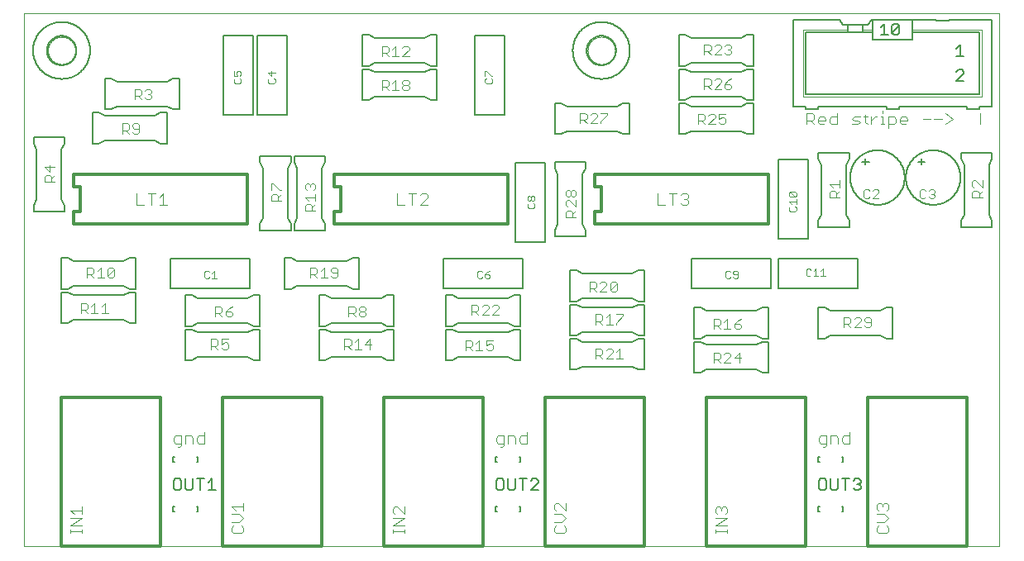
<source format=gto>
G75*
%MOIN*%
%OFA0B0*%
%FSLAX25Y25*%
%IPPOS*%
%LPD*%
%AMOC8*
5,1,8,0,0,1.08239X$1,22.5*
%
%ADD10C,0.00000*%
%ADD11C,0.00400*%
%ADD12C,0.01200*%
%ADD13C,0.00500*%
%ADD14C,0.00300*%
%ADD15C,0.00600*%
%ADD16C,0.00200*%
%ADD17C,0.00800*%
D10*
X0001800Y0015030D02*
X0001800Y0229990D01*
X0394800Y0229990D01*
X0394800Y0015030D01*
X0001800Y0015030D01*
X0011288Y0215030D02*
X0011290Y0215178D01*
X0011296Y0215326D01*
X0011306Y0215474D01*
X0011320Y0215621D01*
X0011338Y0215768D01*
X0011359Y0215914D01*
X0011385Y0216060D01*
X0011415Y0216205D01*
X0011448Y0216349D01*
X0011486Y0216492D01*
X0011527Y0216634D01*
X0011572Y0216775D01*
X0011620Y0216915D01*
X0011673Y0217054D01*
X0011729Y0217191D01*
X0011789Y0217326D01*
X0011852Y0217460D01*
X0011919Y0217592D01*
X0011990Y0217722D01*
X0012064Y0217850D01*
X0012141Y0217976D01*
X0012222Y0218100D01*
X0012306Y0218222D01*
X0012393Y0218341D01*
X0012484Y0218458D01*
X0012578Y0218573D01*
X0012674Y0218685D01*
X0012774Y0218795D01*
X0012876Y0218901D01*
X0012982Y0219005D01*
X0013090Y0219106D01*
X0013201Y0219204D01*
X0013314Y0219300D01*
X0013430Y0219392D01*
X0013548Y0219481D01*
X0013669Y0219566D01*
X0013792Y0219649D01*
X0013917Y0219728D01*
X0014044Y0219804D01*
X0014173Y0219876D01*
X0014304Y0219945D01*
X0014437Y0220010D01*
X0014572Y0220071D01*
X0014708Y0220129D01*
X0014845Y0220184D01*
X0014984Y0220234D01*
X0015125Y0220281D01*
X0015266Y0220324D01*
X0015409Y0220364D01*
X0015553Y0220399D01*
X0015697Y0220431D01*
X0015843Y0220458D01*
X0015989Y0220482D01*
X0016136Y0220502D01*
X0016283Y0220518D01*
X0016430Y0220530D01*
X0016578Y0220538D01*
X0016726Y0220542D01*
X0016874Y0220542D01*
X0017022Y0220538D01*
X0017170Y0220530D01*
X0017317Y0220518D01*
X0017464Y0220502D01*
X0017611Y0220482D01*
X0017757Y0220458D01*
X0017903Y0220431D01*
X0018047Y0220399D01*
X0018191Y0220364D01*
X0018334Y0220324D01*
X0018475Y0220281D01*
X0018616Y0220234D01*
X0018755Y0220184D01*
X0018892Y0220129D01*
X0019028Y0220071D01*
X0019163Y0220010D01*
X0019296Y0219945D01*
X0019427Y0219876D01*
X0019556Y0219804D01*
X0019683Y0219728D01*
X0019808Y0219649D01*
X0019931Y0219566D01*
X0020052Y0219481D01*
X0020170Y0219392D01*
X0020286Y0219300D01*
X0020399Y0219204D01*
X0020510Y0219106D01*
X0020618Y0219005D01*
X0020724Y0218901D01*
X0020826Y0218795D01*
X0020926Y0218685D01*
X0021022Y0218573D01*
X0021116Y0218458D01*
X0021207Y0218341D01*
X0021294Y0218222D01*
X0021378Y0218100D01*
X0021459Y0217976D01*
X0021536Y0217850D01*
X0021610Y0217722D01*
X0021681Y0217592D01*
X0021748Y0217460D01*
X0021811Y0217326D01*
X0021871Y0217191D01*
X0021927Y0217054D01*
X0021980Y0216915D01*
X0022028Y0216775D01*
X0022073Y0216634D01*
X0022114Y0216492D01*
X0022152Y0216349D01*
X0022185Y0216205D01*
X0022215Y0216060D01*
X0022241Y0215914D01*
X0022262Y0215768D01*
X0022280Y0215621D01*
X0022294Y0215474D01*
X0022304Y0215326D01*
X0022310Y0215178D01*
X0022312Y0215030D01*
X0022310Y0214882D01*
X0022304Y0214734D01*
X0022294Y0214586D01*
X0022280Y0214439D01*
X0022262Y0214292D01*
X0022241Y0214146D01*
X0022215Y0214000D01*
X0022185Y0213855D01*
X0022152Y0213711D01*
X0022114Y0213568D01*
X0022073Y0213426D01*
X0022028Y0213285D01*
X0021980Y0213145D01*
X0021927Y0213006D01*
X0021871Y0212869D01*
X0021811Y0212734D01*
X0021748Y0212600D01*
X0021681Y0212468D01*
X0021610Y0212338D01*
X0021536Y0212210D01*
X0021459Y0212084D01*
X0021378Y0211960D01*
X0021294Y0211838D01*
X0021207Y0211719D01*
X0021116Y0211602D01*
X0021022Y0211487D01*
X0020926Y0211375D01*
X0020826Y0211265D01*
X0020724Y0211159D01*
X0020618Y0211055D01*
X0020510Y0210954D01*
X0020399Y0210856D01*
X0020286Y0210760D01*
X0020170Y0210668D01*
X0020052Y0210579D01*
X0019931Y0210494D01*
X0019808Y0210411D01*
X0019683Y0210332D01*
X0019556Y0210256D01*
X0019427Y0210184D01*
X0019296Y0210115D01*
X0019163Y0210050D01*
X0019028Y0209989D01*
X0018892Y0209931D01*
X0018755Y0209876D01*
X0018616Y0209826D01*
X0018475Y0209779D01*
X0018334Y0209736D01*
X0018191Y0209696D01*
X0018047Y0209661D01*
X0017903Y0209629D01*
X0017757Y0209602D01*
X0017611Y0209578D01*
X0017464Y0209558D01*
X0017317Y0209542D01*
X0017170Y0209530D01*
X0017022Y0209522D01*
X0016874Y0209518D01*
X0016726Y0209518D01*
X0016578Y0209522D01*
X0016430Y0209530D01*
X0016283Y0209542D01*
X0016136Y0209558D01*
X0015989Y0209578D01*
X0015843Y0209602D01*
X0015697Y0209629D01*
X0015553Y0209661D01*
X0015409Y0209696D01*
X0015266Y0209736D01*
X0015125Y0209779D01*
X0014984Y0209826D01*
X0014845Y0209876D01*
X0014708Y0209931D01*
X0014572Y0209989D01*
X0014437Y0210050D01*
X0014304Y0210115D01*
X0014173Y0210184D01*
X0014044Y0210256D01*
X0013917Y0210332D01*
X0013792Y0210411D01*
X0013669Y0210494D01*
X0013548Y0210579D01*
X0013430Y0210668D01*
X0013314Y0210760D01*
X0013201Y0210856D01*
X0013090Y0210954D01*
X0012982Y0211055D01*
X0012876Y0211159D01*
X0012774Y0211265D01*
X0012674Y0211375D01*
X0012578Y0211487D01*
X0012484Y0211602D01*
X0012393Y0211719D01*
X0012306Y0211838D01*
X0012222Y0211960D01*
X0012141Y0212084D01*
X0012064Y0212210D01*
X0011990Y0212338D01*
X0011919Y0212468D01*
X0011852Y0212600D01*
X0011789Y0212734D01*
X0011729Y0212869D01*
X0011673Y0213006D01*
X0011620Y0213145D01*
X0011572Y0213285D01*
X0011527Y0213426D01*
X0011486Y0213568D01*
X0011448Y0213711D01*
X0011415Y0213855D01*
X0011385Y0214000D01*
X0011359Y0214146D01*
X0011338Y0214292D01*
X0011320Y0214439D01*
X0011306Y0214586D01*
X0011296Y0214734D01*
X0011290Y0214882D01*
X0011288Y0215030D01*
X0228788Y0215030D02*
X0228790Y0215178D01*
X0228796Y0215326D01*
X0228806Y0215474D01*
X0228820Y0215621D01*
X0228838Y0215768D01*
X0228859Y0215914D01*
X0228885Y0216060D01*
X0228915Y0216205D01*
X0228948Y0216349D01*
X0228986Y0216492D01*
X0229027Y0216634D01*
X0229072Y0216775D01*
X0229120Y0216915D01*
X0229173Y0217054D01*
X0229229Y0217191D01*
X0229289Y0217326D01*
X0229352Y0217460D01*
X0229419Y0217592D01*
X0229490Y0217722D01*
X0229564Y0217850D01*
X0229641Y0217976D01*
X0229722Y0218100D01*
X0229806Y0218222D01*
X0229893Y0218341D01*
X0229984Y0218458D01*
X0230078Y0218573D01*
X0230174Y0218685D01*
X0230274Y0218795D01*
X0230376Y0218901D01*
X0230482Y0219005D01*
X0230590Y0219106D01*
X0230701Y0219204D01*
X0230814Y0219300D01*
X0230930Y0219392D01*
X0231048Y0219481D01*
X0231169Y0219566D01*
X0231292Y0219649D01*
X0231417Y0219728D01*
X0231544Y0219804D01*
X0231673Y0219876D01*
X0231804Y0219945D01*
X0231937Y0220010D01*
X0232072Y0220071D01*
X0232208Y0220129D01*
X0232345Y0220184D01*
X0232484Y0220234D01*
X0232625Y0220281D01*
X0232766Y0220324D01*
X0232909Y0220364D01*
X0233053Y0220399D01*
X0233197Y0220431D01*
X0233343Y0220458D01*
X0233489Y0220482D01*
X0233636Y0220502D01*
X0233783Y0220518D01*
X0233930Y0220530D01*
X0234078Y0220538D01*
X0234226Y0220542D01*
X0234374Y0220542D01*
X0234522Y0220538D01*
X0234670Y0220530D01*
X0234817Y0220518D01*
X0234964Y0220502D01*
X0235111Y0220482D01*
X0235257Y0220458D01*
X0235403Y0220431D01*
X0235547Y0220399D01*
X0235691Y0220364D01*
X0235834Y0220324D01*
X0235975Y0220281D01*
X0236116Y0220234D01*
X0236255Y0220184D01*
X0236392Y0220129D01*
X0236528Y0220071D01*
X0236663Y0220010D01*
X0236796Y0219945D01*
X0236927Y0219876D01*
X0237056Y0219804D01*
X0237183Y0219728D01*
X0237308Y0219649D01*
X0237431Y0219566D01*
X0237552Y0219481D01*
X0237670Y0219392D01*
X0237786Y0219300D01*
X0237899Y0219204D01*
X0238010Y0219106D01*
X0238118Y0219005D01*
X0238224Y0218901D01*
X0238326Y0218795D01*
X0238426Y0218685D01*
X0238522Y0218573D01*
X0238616Y0218458D01*
X0238707Y0218341D01*
X0238794Y0218222D01*
X0238878Y0218100D01*
X0238959Y0217976D01*
X0239036Y0217850D01*
X0239110Y0217722D01*
X0239181Y0217592D01*
X0239248Y0217460D01*
X0239311Y0217326D01*
X0239371Y0217191D01*
X0239427Y0217054D01*
X0239480Y0216915D01*
X0239528Y0216775D01*
X0239573Y0216634D01*
X0239614Y0216492D01*
X0239652Y0216349D01*
X0239685Y0216205D01*
X0239715Y0216060D01*
X0239741Y0215914D01*
X0239762Y0215768D01*
X0239780Y0215621D01*
X0239794Y0215474D01*
X0239804Y0215326D01*
X0239810Y0215178D01*
X0239812Y0215030D01*
X0239810Y0214882D01*
X0239804Y0214734D01*
X0239794Y0214586D01*
X0239780Y0214439D01*
X0239762Y0214292D01*
X0239741Y0214146D01*
X0239715Y0214000D01*
X0239685Y0213855D01*
X0239652Y0213711D01*
X0239614Y0213568D01*
X0239573Y0213426D01*
X0239528Y0213285D01*
X0239480Y0213145D01*
X0239427Y0213006D01*
X0239371Y0212869D01*
X0239311Y0212734D01*
X0239248Y0212600D01*
X0239181Y0212468D01*
X0239110Y0212338D01*
X0239036Y0212210D01*
X0238959Y0212084D01*
X0238878Y0211960D01*
X0238794Y0211838D01*
X0238707Y0211719D01*
X0238616Y0211602D01*
X0238522Y0211487D01*
X0238426Y0211375D01*
X0238326Y0211265D01*
X0238224Y0211159D01*
X0238118Y0211055D01*
X0238010Y0210954D01*
X0237899Y0210856D01*
X0237786Y0210760D01*
X0237670Y0210668D01*
X0237552Y0210579D01*
X0237431Y0210494D01*
X0237308Y0210411D01*
X0237183Y0210332D01*
X0237056Y0210256D01*
X0236927Y0210184D01*
X0236796Y0210115D01*
X0236663Y0210050D01*
X0236528Y0209989D01*
X0236392Y0209931D01*
X0236255Y0209876D01*
X0236116Y0209826D01*
X0235975Y0209779D01*
X0235834Y0209736D01*
X0235691Y0209696D01*
X0235547Y0209661D01*
X0235403Y0209629D01*
X0235257Y0209602D01*
X0235111Y0209578D01*
X0234964Y0209558D01*
X0234817Y0209542D01*
X0234670Y0209530D01*
X0234522Y0209522D01*
X0234374Y0209518D01*
X0234226Y0209518D01*
X0234078Y0209522D01*
X0233930Y0209530D01*
X0233783Y0209542D01*
X0233636Y0209558D01*
X0233489Y0209578D01*
X0233343Y0209602D01*
X0233197Y0209629D01*
X0233053Y0209661D01*
X0232909Y0209696D01*
X0232766Y0209736D01*
X0232625Y0209779D01*
X0232484Y0209826D01*
X0232345Y0209876D01*
X0232208Y0209931D01*
X0232072Y0209989D01*
X0231937Y0210050D01*
X0231804Y0210115D01*
X0231673Y0210184D01*
X0231544Y0210256D01*
X0231417Y0210332D01*
X0231292Y0210411D01*
X0231169Y0210494D01*
X0231048Y0210579D01*
X0230930Y0210668D01*
X0230814Y0210760D01*
X0230701Y0210856D01*
X0230590Y0210954D01*
X0230482Y0211055D01*
X0230376Y0211159D01*
X0230274Y0211265D01*
X0230174Y0211375D01*
X0230078Y0211487D01*
X0229984Y0211602D01*
X0229893Y0211719D01*
X0229806Y0211838D01*
X0229722Y0211960D01*
X0229641Y0212084D01*
X0229564Y0212210D01*
X0229490Y0212338D01*
X0229419Y0212468D01*
X0229352Y0212600D01*
X0229289Y0212734D01*
X0229229Y0212869D01*
X0229173Y0213006D01*
X0229120Y0213145D01*
X0229072Y0213285D01*
X0229027Y0213426D01*
X0228986Y0213568D01*
X0228948Y0213711D01*
X0228915Y0213855D01*
X0228885Y0214000D01*
X0228859Y0214146D01*
X0228838Y0214292D01*
X0228820Y0214439D01*
X0228806Y0214586D01*
X0228796Y0214734D01*
X0228790Y0214882D01*
X0228788Y0215030D01*
D11*
X0227802Y0189833D02*
X0225750Y0189833D01*
X0225750Y0185730D01*
X0225750Y0187097D02*
X0227802Y0187097D01*
X0228486Y0187781D01*
X0228486Y0189149D01*
X0227802Y0189833D01*
X0229894Y0189149D02*
X0230577Y0189833D01*
X0231945Y0189833D01*
X0232629Y0189149D01*
X0232629Y0188465D01*
X0229894Y0185730D01*
X0232629Y0185730D01*
X0234037Y0185730D02*
X0234037Y0186413D01*
X0236773Y0189149D01*
X0236773Y0189833D01*
X0234037Y0189833D01*
X0228486Y0185730D02*
X0227118Y0187097D01*
X0223416Y0158822D02*
X0222732Y0158822D01*
X0222048Y0158138D01*
X0222048Y0156770D01*
X0221364Y0156086D01*
X0220680Y0156086D01*
X0219996Y0156770D01*
X0219996Y0158138D01*
X0220680Y0158822D01*
X0221364Y0158822D01*
X0222048Y0158138D01*
X0222048Y0156770D02*
X0222732Y0156086D01*
X0223416Y0156086D01*
X0224100Y0156770D01*
X0224100Y0158138D01*
X0223416Y0158822D01*
X0224100Y0154678D02*
X0224100Y0151942D01*
X0221364Y0154678D01*
X0220680Y0154678D01*
X0219996Y0153994D01*
X0219996Y0152626D01*
X0220680Y0151942D01*
X0220680Y0150535D02*
X0222048Y0150535D01*
X0222732Y0149851D01*
X0222732Y0147799D01*
X0222732Y0149167D02*
X0224100Y0150535D01*
X0224100Y0147799D02*
X0219996Y0147799D01*
X0219996Y0149851D01*
X0220680Y0150535D01*
X0257000Y0152730D02*
X0260069Y0152730D01*
X0257000Y0152730D02*
X0257000Y0157333D01*
X0261604Y0157333D02*
X0264673Y0157333D01*
X0263139Y0157333D02*
X0263139Y0152730D01*
X0266208Y0153497D02*
X0266975Y0152730D01*
X0268510Y0152730D01*
X0269277Y0153497D01*
X0269277Y0154264D01*
X0268510Y0155031D01*
X0267742Y0155031D01*
X0268510Y0155031D02*
X0269277Y0155799D01*
X0269277Y0156566D01*
X0268510Y0157333D01*
X0266975Y0157333D01*
X0266208Y0156566D01*
X0273319Y0185230D02*
X0273319Y0189333D01*
X0275371Y0189333D01*
X0276055Y0188649D01*
X0276055Y0187281D01*
X0275371Y0186597D01*
X0273319Y0186597D01*
X0274687Y0186597D02*
X0276055Y0185230D01*
X0277463Y0185230D02*
X0280199Y0187965D01*
X0280199Y0188649D01*
X0279515Y0189333D01*
X0278147Y0189333D01*
X0277463Y0188649D01*
X0281606Y0189333D02*
X0281606Y0187281D01*
X0282974Y0187965D01*
X0283658Y0187965D01*
X0284342Y0187281D01*
X0284342Y0185913D01*
X0283658Y0185230D01*
X0282290Y0185230D01*
X0281606Y0185913D01*
X0280199Y0185230D02*
X0277463Y0185230D01*
X0281606Y0189333D02*
X0284342Y0189333D01*
X0284721Y0199480D02*
X0286089Y0199480D01*
X0286773Y0200163D01*
X0286773Y0200847D01*
X0286089Y0201531D01*
X0284037Y0201531D01*
X0284037Y0200163D01*
X0284721Y0199480D01*
X0282629Y0199480D02*
X0279894Y0199480D01*
X0282629Y0202215D01*
X0282629Y0202899D01*
X0281945Y0203583D01*
X0280577Y0203583D01*
X0279894Y0202899D01*
X0278486Y0202899D02*
X0278486Y0201531D01*
X0277802Y0200847D01*
X0275750Y0200847D01*
X0275750Y0199480D02*
X0275750Y0203583D01*
X0277802Y0203583D01*
X0278486Y0202899D01*
X0277118Y0200847D02*
X0278486Y0199480D01*
X0284037Y0201531D02*
X0285405Y0202899D01*
X0286773Y0203583D01*
X0286089Y0213230D02*
X0284721Y0213230D01*
X0284037Y0213913D01*
X0282629Y0213230D02*
X0279894Y0213230D01*
X0282629Y0215965D01*
X0282629Y0216649D01*
X0281945Y0217333D01*
X0280577Y0217333D01*
X0279894Y0216649D01*
X0278486Y0216649D02*
X0278486Y0215281D01*
X0277802Y0214597D01*
X0275750Y0214597D01*
X0275750Y0213230D02*
X0275750Y0217333D01*
X0277802Y0217333D01*
X0278486Y0216649D01*
X0277118Y0214597D02*
X0278486Y0213230D01*
X0284037Y0216649D02*
X0284721Y0217333D01*
X0286089Y0217333D01*
X0286773Y0216649D01*
X0286773Y0215965D01*
X0286089Y0215281D01*
X0286773Y0214597D01*
X0286773Y0213913D01*
X0286089Y0213230D01*
X0286089Y0215281D02*
X0285405Y0215281D01*
X0317000Y0189833D02*
X0319302Y0189833D01*
X0320069Y0189066D01*
X0320069Y0187531D01*
X0319302Y0186764D01*
X0317000Y0186764D01*
X0317000Y0185230D02*
X0317000Y0189833D01*
X0318535Y0186764D02*
X0320069Y0185230D01*
X0321604Y0185997D02*
X0322371Y0185230D01*
X0323906Y0185230D01*
X0324673Y0186764D02*
X0321604Y0186764D01*
X0321604Y0185997D02*
X0321604Y0187531D01*
X0322371Y0188299D01*
X0323906Y0188299D01*
X0324673Y0187531D01*
X0324673Y0186764D01*
X0326208Y0185997D02*
X0326208Y0187531D01*
X0326975Y0188299D01*
X0329277Y0188299D01*
X0329277Y0189833D02*
X0329277Y0185230D01*
X0326975Y0185230D01*
X0326208Y0185997D01*
X0335416Y0185230D02*
X0337718Y0185230D01*
X0338485Y0185997D01*
X0337718Y0186764D01*
X0336183Y0186764D01*
X0335416Y0187531D01*
X0336183Y0188299D01*
X0338485Y0188299D01*
X0340020Y0188299D02*
X0341554Y0188299D01*
X0340787Y0189066D02*
X0340787Y0185997D01*
X0341554Y0185230D01*
X0343089Y0185230D02*
X0343089Y0188299D01*
X0344624Y0188299D02*
X0345391Y0188299D01*
X0344624Y0188299D02*
X0343089Y0186764D01*
X0346926Y0185230D02*
X0348460Y0185230D01*
X0347693Y0185230D02*
X0347693Y0188299D01*
X0346926Y0188299D01*
X0347693Y0189833D02*
X0347693Y0190601D01*
X0349995Y0188299D02*
X0352297Y0188299D01*
X0353064Y0187531D01*
X0353064Y0185997D01*
X0352297Y0185230D01*
X0349995Y0185230D01*
X0349995Y0183695D02*
X0349995Y0188299D01*
X0354599Y0187531D02*
X0355366Y0188299D01*
X0356901Y0188299D01*
X0357668Y0187531D01*
X0357668Y0186764D01*
X0354599Y0186764D01*
X0354599Y0185997D02*
X0354599Y0187531D01*
X0354599Y0185997D02*
X0355366Y0185230D01*
X0356901Y0185230D01*
X0363807Y0187531D02*
X0366876Y0187531D01*
X0368410Y0187531D02*
X0371480Y0187531D01*
X0373014Y0185230D02*
X0376084Y0187531D01*
X0373014Y0189833D01*
X0386826Y0189833D02*
X0386826Y0185230D01*
X0387850Y0162572D02*
X0387850Y0159836D01*
X0385114Y0162572D01*
X0384430Y0162572D01*
X0383746Y0161888D01*
X0383746Y0160520D01*
X0384430Y0159836D01*
X0384430Y0158428D02*
X0385798Y0158428D01*
X0386482Y0157744D01*
X0386482Y0155692D01*
X0387850Y0155692D02*
X0383746Y0155692D01*
X0383746Y0157744D01*
X0384430Y0158428D01*
X0386482Y0157060D02*
X0387850Y0158428D01*
X0368635Y0158382D02*
X0368635Y0157782D01*
X0368035Y0157181D01*
X0368635Y0156581D01*
X0368635Y0155980D01*
X0368035Y0155380D01*
X0366834Y0155380D01*
X0366233Y0155980D01*
X0364952Y0155980D02*
X0364352Y0155380D01*
X0363151Y0155380D01*
X0362550Y0155980D01*
X0362550Y0158382D01*
X0363151Y0158983D01*
X0364352Y0158983D01*
X0364952Y0158382D01*
X0366233Y0158382D02*
X0366834Y0158983D01*
X0368035Y0158983D01*
X0368635Y0158382D01*
X0368035Y0157181D02*
X0367434Y0157181D01*
X0346135Y0157782D02*
X0343733Y0155380D01*
X0346135Y0155380D01*
X0346135Y0157782D02*
X0346135Y0158382D01*
X0345535Y0158983D01*
X0344334Y0158983D01*
X0343733Y0158382D01*
X0342452Y0158382D02*
X0341852Y0158983D01*
X0340651Y0158983D01*
X0340050Y0158382D01*
X0340050Y0155980D01*
X0340651Y0155380D01*
X0341852Y0155380D01*
X0342452Y0155980D01*
X0330350Y0155692D02*
X0326246Y0155692D01*
X0326246Y0157744D01*
X0326930Y0158428D01*
X0328298Y0158428D01*
X0328982Y0157744D01*
X0328982Y0155692D01*
X0328982Y0157060D02*
X0330350Y0158428D01*
X0330350Y0159836D02*
X0330350Y0162572D01*
X0330350Y0161204D02*
X0326246Y0161204D01*
X0327614Y0159836D01*
X0332000Y0107333D02*
X0334052Y0107333D01*
X0334736Y0106649D01*
X0334736Y0105281D01*
X0334052Y0104597D01*
X0332000Y0104597D01*
X0332000Y0103230D02*
X0332000Y0107333D01*
X0333368Y0104597D02*
X0334736Y0103230D01*
X0336144Y0103230D02*
X0338879Y0105965D01*
X0338879Y0106649D01*
X0338195Y0107333D01*
X0336827Y0107333D01*
X0336144Y0106649D01*
X0340287Y0106649D02*
X0340287Y0105965D01*
X0340971Y0105281D01*
X0343023Y0105281D01*
X0343023Y0103913D02*
X0342339Y0103230D01*
X0340971Y0103230D01*
X0340287Y0103913D01*
X0338879Y0103230D02*
X0336144Y0103230D01*
X0340287Y0106649D02*
X0340971Y0107333D01*
X0342339Y0107333D01*
X0343023Y0106649D01*
X0343023Y0103913D01*
X0290592Y0104097D02*
X0289908Y0104781D01*
X0287856Y0104781D01*
X0287856Y0103413D01*
X0288540Y0102730D01*
X0289908Y0102730D01*
X0290592Y0103413D01*
X0290592Y0104097D01*
X0289224Y0106149D02*
X0287856Y0104781D01*
X0289224Y0106149D02*
X0290592Y0106833D01*
X0285081Y0106833D02*
X0283713Y0105465D01*
X0282305Y0104781D02*
X0281621Y0104097D01*
X0279569Y0104097D01*
X0279569Y0102730D02*
X0279569Y0106833D01*
X0281621Y0106833D01*
X0282305Y0106149D01*
X0282305Y0104781D01*
X0280937Y0104097D02*
X0282305Y0102730D01*
X0283713Y0102730D02*
X0286449Y0102730D01*
X0285081Y0102730D02*
X0285081Y0106833D01*
X0285765Y0093083D02*
X0284397Y0093083D01*
X0283713Y0092399D01*
X0282305Y0092399D02*
X0281621Y0093083D01*
X0279569Y0093083D01*
X0279569Y0088980D01*
X0279569Y0090347D02*
X0281621Y0090347D01*
X0282305Y0091031D01*
X0282305Y0092399D01*
X0280937Y0090347D02*
X0282305Y0088980D01*
X0283713Y0088980D02*
X0286449Y0091715D01*
X0286449Y0092399D01*
X0285765Y0093083D01*
X0287856Y0091031D02*
X0290592Y0091031D01*
X0289908Y0088980D02*
X0289908Y0093083D01*
X0287856Y0091031D01*
X0286449Y0088980D02*
X0283713Y0088980D01*
X0243023Y0090730D02*
X0240287Y0090730D01*
X0241655Y0090730D02*
X0241655Y0094833D01*
X0240287Y0093465D01*
X0238879Y0093465D02*
X0236144Y0090730D01*
X0238879Y0090730D01*
X0238879Y0093465D02*
X0238879Y0094149D01*
X0238195Y0094833D01*
X0236827Y0094833D01*
X0236144Y0094149D01*
X0234736Y0094149D02*
X0234736Y0092781D01*
X0234052Y0092097D01*
X0232000Y0092097D01*
X0232000Y0090730D02*
X0232000Y0094833D01*
X0234052Y0094833D01*
X0234736Y0094149D01*
X0233368Y0092097D02*
X0234736Y0090730D01*
X0234736Y0104480D02*
X0233368Y0105847D01*
X0234052Y0105847D02*
X0232000Y0105847D01*
X0232000Y0104480D02*
X0232000Y0108583D01*
X0234052Y0108583D01*
X0234736Y0107899D01*
X0234736Y0106531D01*
X0234052Y0105847D01*
X0236144Y0104480D02*
X0238879Y0104480D01*
X0237511Y0104480D02*
X0237511Y0108583D01*
X0236144Y0107215D01*
X0240287Y0108583D02*
X0243023Y0108583D01*
X0243023Y0107899D01*
X0240287Y0105163D01*
X0240287Y0104480D01*
X0239908Y0117730D02*
X0238540Y0117730D01*
X0237856Y0118413D01*
X0240592Y0121149D01*
X0240592Y0118413D01*
X0239908Y0117730D01*
X0237856Y0118413D02*
X0237856Y0121149D01*
X0238540Y0121833D01*
X0239908Y0121833D01*
X0240592Y0121149D01*
X0236449Y0121149D02*
X0236449Y0120465D01*
X0233713Y0117730D01*
X0236449Y0117730D01*
X0232305Y0117730D02*
X0230937Y0119097D01*
X0231621Y0119097D02*
X0229569Y0119097D01*
X0229569Y0117730D02*
X0229569Y0121833D01*
X0231621Y0121833D01*
X0232305Y0121149D01*
X0232305Y0119781D01*
X0231621Y0119097D01*
X0233713Y0121149D02*
X0234397Y0121833D01*
X0235765Y0121833D01*
X0236449Y0121149D01*
X0193023Y0111649D02*
X0193023Y0110965D01*
X0190287Y0108230D01*
X0193023Y0108230D01*
X0188879Y0108230D02*
X0186144Y0108230D01*
X0188879Y0110965D01*
X0188879Y0111649D01*
X0188195Y0112333D01*
X0186827Y0112333D01*
X0186144Y0111649D01*
X0184736Y0111649D02*
X0184736Y0110281D01*
X0184052Y0109597D01*
X0182000Y0109597D01*
X0182000Y0108230D02*
X0182000Y0112333D01*
X0184052Y0112333D01*
X0184736Y0111649D01*
X0183368Y0109597D02*
X0184736Y0108230D01*
X0190287Y0111649D02*
X0190971Y0112333D01*
X0192339Y0112333D01*
X0193023Y0111649D01*
X0190592Y0098083D02*
X0187856Y0098083D01*
X0187856Y0096031D01*
X0189224Y0096715D01*
X0189908Y0096715D01*
X0190592Y0096031D01*
X0190592Y0094663D01*
X0189908Y0093980D01*
X0188540Y0093980D01*
X0187856Y0094663D01*
X0186449Y0093980D02*
X0183713Y0093980D01*
X0185081Y0093980D02*
X0185081Y0098083D01*
X0183713Y0096715D01*
X0182305Y0097399D02*
X0182305Y0096031D01*
X0181621Y0095347D01*
X0179569Y0095347D01*
X0179569Y0093980D02*
X0179569Y0098083D01*
X0181621Y0098083D01*
X0182305Y0097399D01*
X0180937Y0095347D02*
X0182305Y0093980D01*
X0141773Y0096531D02*
X0139037Y0096531D01*
X0141089Y0098583D01*
X0141089Y0094480D01*
X0137629Y0094480D02*
X0134894Y0094480D01*
X0136261Y0094480D02*
X0136261Y0098583D01*
X0134894Y0097215D01*
X0133486Y0096531D02*
X0132802Y0095847D01*
X0130750Y0095847D01*
X0130750Y0094480D02*
X0130750Y0098583D01*
X0132802Y0098583D01*
X0133486Y0097899D01*
X0133486Y0096531D01*
X0132118Y0095847D02*
X0133486Y0094480D01*
X0132463Y0107730D02*
X0132463Y0111833D01*
X0134515Y0111833D01*
X0135199Y0111149D01*
X0135199Y0109781D01*
X0134515Y0109097D01*
X0132463Y0109097D01*
X0133831Y0109097D02*
X0135199Y0107730D01*
X0136606Y0108413D02*
X0136606Y0109097D01*
X0137290Y0109781D01*
X0138658Y0109781D01*
X0139342Y0109097D01*
X0139342Y0108413D01*
X0138658Y0107730D01*
X0137290Y0107730D01*
X0136606Y0108413D01*
X0137290Y0109781D02*
X0136606Y0110465D01*
X0136606Y0111149D01*
X0137290Y0111833D01*
X0138658Y0111833D01*
X0139342Y0111149D01*
X0139342Y0110465D01*
X0138658Y0109781D01*
X0127339Y0123230D02*
X0128023Y0123913D01*
X0128023Y0126649D01*
X0127339Y0127333D01*
X0125971Y0127333D01*
X0125287Y0126649D01*
X0125287Y0125965D01*
X0125971Y0125281D01*
X0128023Y0125281D01*
X0127339Y0123230D02*
X0125971Y0123230D01*
X0125287Y0123913D01*
X0123879Y0123230D02*
X0121144Y0123230D01*
X0122511Y0123230D02*
X0122511Y0127333D01*
X0121144Y0125965D01*
X0119736Y0125281D02*
X0119052Y0124597D01*
X0117000Y0124597D01*
X0117000Y0123230D02*
X0117000Y0127333D01*
X0119052Y0127333D01*
X0119736Y0126649D01*
X0119736Y0125281D01*
X0118368Y0124597D02*
X0119736Y0123230D01*
X0085592Y0111833D02*
X0084224Y0111149D01*
X0082856Y0109781D01*
X0084908Y0109781D01*
X0085592Y0109097D01*
X0085592Y0108413D01*
X0084908Y0107730D01*
X0083540Y0107730D01*
X0082856Y0108413D01*
X0082856Y0109781D01*
X0081449Y0109781D02*
X0080765Y0109097D01*
X0078713Y0109097D01*
X0078713Y0107730D02*
X0078713Y0111833D01*
X0080765Y0111833D01*
X0081449Y0111149D01*
X0081449Y0109781D01*
X0080081Y0109097D02*
X0081449Y0107730D01*
X0081144Y0098583D02*
X0081144Y0096531D01*
X0082511Y0097215D01*
X0083195Y0097215D01*
X0083879Y0096531D01*
X0083879Y0095163D01*
X0083195Y0094480D01*
X0081827Y0094480D01*
X0081144Y0095163D01*
X0079736Y0094480D02*
X0078368Y0095847D01*
X0079052Y0095847D02*
X0077000Y0095847D01*
X0077000Y0094480D02*
X0077000Y0098583D01*
X0079052Y0098583D01*
X0079736Y0097899D01*
X0079736Y0096531D01*
X0079052Y0095847D01*
X0081144Y0098583D02*
X0083879Y0098583D01*
X0038023Y0123913D02*
X0038023Y0126649D01*
X0035287Y0123913D01*
X0035971Y0123230D01*
X0037339Y0123230D01*
X0038023Y0123913D01*
X0035287Y0123913D02*
X0035287Y0126649D01*
X0035971Y0127333D01*
X0037339Y0127333D01*
X0038023Y0126649D01*
X0033879Y0123230D02*
X0031144Y0123230D01*
X0032511Y0123230D02*
X0032511Y0127333D01*
X0031144Y0125965D01*
X0029736Y0125281D02*
X0029052Y0124597D01*
X0027000Y0124597D01*
X0027000Y0123230D02*
X0027000Y0127333D01*
X0029052Y0127333D01*
X0029736Y0126649D01*
X0029736Y0125281D01*
X0028368Y0124597D02*
X0029736Y0123230D01*
X0030081Y0113083D02*
X0030081Y0108980D01*
X0028713Y0108980D02*
X0031449Y0108980D01*
X0032856Y0108980D02*
X0035592Y0108980D01*
X0034224Y0108980D02*
X0034224Y0113083D01*
X0032856Y0111715D01*
X0030081Y0113083D02*
X0028713Y0111715D01*
X0027305Y0111031D02*
X0026621Y0110347D01*
X0024569Y0110347D01*
X0024569Y0108980D02*
X0024569Y0113083D01*
X0026621Y0113083D01*
X0027305Y0112399D01*
X0027305Y0111031D01*
X0025937Y0110347D02*
X0027305Y0108980D01*
X0047000Y0152730D02*
X0050069Y0152730D01*
X0047000Y0152730D02*
X0047000Y0157333D01*
X0051604Y0157333D02*
X0054673Y0157333D01*
X0053139Y0157333D02*
X0053139Y0152730D01*
X0056208Y0152730D02*
X0059277Y0152730D01*
X0057742Y0152730D02*
X0057742Y0157333D01*
X0056208Y0155799D01*
X0047408Y0181480D02*
X0048092Y0182163D01*
X0048092Y0184899D01*
X0047408Y0185583D01*
X0046040Y0185583D01*
X0045356Y0184899D01*
X0045356Y0184215D01*
X0046040Y0183531D01*
X0048092Y0183531D01*
X0047408Y0181480D02*
X0046040Y0181480D01*
X0045356Y0182163D01*
X0043949Y0181480D02*
X0042581Y0182847D01*
X0043265Y0182847D02*
X0041213Y0182847D01*
X0041213Y0181480D02*
X0041213Y0185583D01*
X0043265Y0185583D01*
X0043949Y0184899D01*
X0043949Y0183531D01*
X0043265Y0182847D01*
X0046213Y0195230D02*
X0046213Y0199333D01*
X0048265Y0199333D01*
X0048949Y0198649D01*
X0048949Y0197281D01*
X0048265Y0196597D01*
X0046213Y0196597D01*
X0047581Y0196597D02*
X0048949Y0195230D01*
X0050356Y0195913D02*
X0051040Y0195230D01*
X0052408Y0195230D01*
X0053092Y0195913D01*
X0053092Y0196597D01*
X0052408Y0197281D01*
X0051724Y0197281D01*
X0052408Y0197281D02*
X0053092Y0197965D01*
X0053092Y0198649D01*
X0052408Y0199333D01*
X0051040Y0199333D01*
X0050356Y0198649D01*
X0014100Y0168138D02*
X0009996Y0168138D01*
X0012048Y0166086D01*
X0012048Y0168822D01*
X0012048Y0164678D02*
X0010680Y0164678D01*
X0009996Y0163994D01*
X0009996Y0161942D01*
X0014100Y0161942D01*
X0012732Y0161942D02*
X0012732Y0163994D01*
X0012048Y0164678D01*
X0012732Y0163310D02*
X0014100Y0164678D01*
X0101246Y0161322D02*
X0101246Y0158586D01*
X0101930Y0157178D02*
X0103298Y0157178D01*
X0103982Y0156494D01*
X0103982Y0154442D01*
X0105350Y0154442D02*
X0101246Y0154442D01*
X0101246Y0156494D01*
X0101930Y0157178D01*
X0103982Y0155810D02*
X0105350Y0157178D01*
X0105350Y0158586D02*
X0104666Y0158586D01*
X0101930Y0161322D01*
X0101246Y0161322D01*
X0114996Y0160638D02*
X0114996Y0159270D01*
X0115680Y0158586D01*
X0117048Y0159954D02*
X0117048Y0160638D01*
X0117732Y0161322D01*
X0118416Y0161322D01*
X0119100Y0160638D01*
X0119100Y0159270D01*
X0118416Y0158586D01*
X0119100Y0157178D02*
X0119100Y0154442D01*
X0119100Y0155810D02*
X0114996Y0155810D01*
X0116364Y0154442D01*
X0115680Y0153035D02*
X0117048Y0153035D01*
X0117732Y0152351D01*
X0117732Y0150299D01*
X0117732Y0151667D02*
X0119100Y0153035D01*
X0115680Y0153035D02*
X0114996Y0152351D01*
X0114996Y0150299D01*
X0119100Y0150299D01*
X0117048Y0160638D02*
X0116364Y0161322D01*
X0115680Y0161322D01*
X0114996Y0160638D01*
X0152000Y0157333D02*
X0152000Y0152730D01*
X0155069Y0152730D01*
X0158139Y0152730D02*
X0158139Y0157333D01*
X0159673Y0157333D02*
X0156604Y0157333D01*
X0161208Y0156566D02*
X0161975Y0157333D01*
X0163510Y0157333D01*
X0164277Y0156566D01*
X0164277Y0155799D01*
X0161208Y0152730D01*
X0164277Y0152730D01*
X0156158Y0198980D02*
X0154790Y0198980D01*
X0154106Y0199663D01*
X0154106Y0200347D01*
X0154790Y0201031D01*
X0156158Y0201031D01*
X0156842Y0200347D01*
X0156842Y0199663D01*
X0156158Y0198980D01*
X0156158Y0201031D02*
X0156842Y0201715D01*
X0156842Y0202399D01*
X0156158Y0203083D01*
X0154790Y0203083D01*
X0154106Y0202399D01*
X0154106Y0201715D01*
X0154790Y0201031D01*
X0152699Y0198980D02*
X0149963Y0198980D01*
X0151331Y0198980D02*
X0151331Y0203083D01*
X0149963Y0201715D01*
X0148555Y0202399D02*
X0148555Y0201031D01*
X0147871Y0200347D01*
X0145819Y0200347D01*
X0145819Y0198980D02*
X0145819Y0203083D01*
X0147871Y0203083D01*
X0148555Y0202399D01*
X0147187Y0200347D02*
X0148555Y0198980D01*
X0148555Y0212730D02*
X0147187Y0214097D01*
X0147871Y0214097D02*
X0145819Y0214097D01*
X0145819Y0212730D02*
X0145819Y0216833D01*
X0147871Y0216833D01*
X0148555Y0216149D01*
X0148555Y0214781D01*
X0147871Y0214097D01*
X0149963Y0212730D02*
X0152699Y0212730D01*
X0151331Y0212730D02*
X0151331Y0216833D01*
X0149963Y0215465D01*
X0154106Y0216149D02*
X0154790Y0216833D01*
X0156158Y0216833D01*
X0156842Y0216149D01*
X0156842Y0215465D01*
X0154106Y0212730D01*
X0156842Y0212730D01*
X0204277Y0061083D02*
X0204277Y0056480D01*
X0201975Y0056480D01*
X0201208Y0057247D01*
X0201208Y0058781D01*
X0201975Y0059549D01*
X0204277Y0059549D01*
X0199673Y0058781D02*
X0199673Y0056480D01*
X0199673Y0058781D02*
X0198906Y0059549D01*
X0196604Y0059549D01*
X0196604Y0056480D01*
X0195069Y0056480D02*
X0192767Y0056480D01*
X0192000Y0057247D01*
X0192000Y0058781D01*
X0192767Y0059549D01*
X0195069Y0059549D01*
X0195069Y0055712D01*
X0194302Y0054945D01*
X0193535Y0054945D01*
X0216110Y0032507D02*
X0215343Y0031739D01*
X0215343Y0030205D01*
X0216110Y0029437D01*
X0215343Y0027903D02*
X0218412Y0027903D01*
X0219946Y0026368D01*
X0218412Y0024833D01*
X0215343Y0024833D01*
X0216110Y0023299D02*
X0215343Y0022531D01*
X0215343Y0020997D01*
X0216110Y0020230D01*
X0219179Y0020230D01*
X0219946Y0020997D01*
X0219946Y0022531D01*
X0219179Y0023299D01*
X0219946Y0029437D02*
X0216877Y0032507D01*
X0216110Y0032507D01*
X0219946Y0032507D02*
X0219946Y0029437D01*
X0280343Y0028670D02*
X0280343Y0030205D01*
X0281110Y0030972D01*
X0281877Y0030972D01*
X0282645Y0030205D01*
X0283412Y0030972D01*
X0284179Y0030972D01*
X0284946Y0030205D01*
X0284946Y0028670D01*
X0284179Y0027903D01*
X0284946Y0026368D02*
X0280343Y0026368D01*
X0281110Y0027903D02*
X0280343Y0028670D01*
X0282645Y0029437D02*
X0282645Y0030205D01*
X0284946Y0026368D02*
X0280343Y0023299D01*
X0284946Y0023299D01*
X0284946Y0021764D02*
X0284946Y0020230D01*
X0284946Y0020997D02*
X0280343Y0020997D01*
X0280343Y0020230D02*
X0280343Y0021764D01*
X0323535Y0054945D02*
X0324302Y0054945D01*
X0325069Y0055712D01*
X0325069Y0059549D01*
X0322767Y0059549D01*
X0322000Y0058781D01*
X0322000Y0057247D01*
X0322767Y0056480D01*
X0325069Y0056480D01*
X0326604Y0056480D02*
X0326604Y0059549D01*
X0328906Y0059549D01*
X0329673Y0058781D01*
X0329673Y0056480D01*
X0331208Y0057247D02*
X0331208Y0058781D01*
X0331975Y0059549D01*
X0334277Y0059549D01*
X0334277Y0061083D02*
X0334277Y0056480D01*
X0331975Y0056480D01*
X0331208Y0057247D01*
X0346110Y0032507D02*
X0346877Y0032507D01*
X0347645Y0031739D01*
X0348412Y0032507D01*
X0349179Y0032507D01*
X0349946Y0031739D01*
X0349946Y0030205D01*
X0349179Y0029437D01*
X0348412Y0027903D02*
X0345343Y0027903D01*
X0346110Y0029437D02*
X0345343Y0030205D01*
X0345343Y0031739D01*
X0346110Y0032507D01*
X0347645Y0031739D02*
X0347645Y0030972D01*
X0348412Y0027903D02*
X0349946Y0026368D01*
X0348412Y0024833D01*
X0345343Y0024833D01*
X0346110Y0023299D02*
X0345343Y0022531D01*
X0345343Y0020997D01*
X0346110Y0020230D01*
X0349179Y0020230D01*
X0349946Y0020997D01*
X0349946Y0022531D01*
X0349179Y0023299D01*
X0154946Y0023299D02*
X0150343Y0023299D01*
X0154946Y0026368D01*
X0150343Y0026368D01*
X0151110Y0027903D02*
X0150343Y0028670D01*
X0150343Y0030205D01*
X0151110Y0030972D01*
X0151877Y0030972D01*
X0154946Y0027903D01*
X0154946Y0030972D01*
X0154946Y0021764D02*
X0154946Y0020230D01*
X0154946Y0020997D02*
X0150343Y0020997D01*
X0150343Y0020230D02*
X0150343Y0021764D01*
X0089946Y0020997D02*
X0089179Y0020230D01*
X0086110Y0020230D01*
X0085343Y0020997D01*
X0085343Y0022531D01*
X0086110Y0023299D01*
X0085343Y0024833D02*
X0088412Y0024833D01*
X0089946Y0026368D01*
X0088412Y0027903D01*
X0085343Y0027903D01*
X0086877Y0029437D02*
X0085343Y0030972D01*
X0089946Y0030972D01*
X0089946Y0029437D02*
X0089946Y0032507D01*
X0089179Y0023299D02*
X0089946Y0022531D01*
X0089946Y0020997D01*
X0064302Y0054945D02*
X0063535Y0054945D01*
X0064302Y0054945D02*
X0065069Y0055712D01*
X0065069Y0059549D01*
X0062767Y0059549D01*
X0062000Y0058781D01*
X0062000Y0057247D01*
X0062767Y0056480D01*
X0065069Y0056480D01*
X0066604Y0056480D02*
X0066604Y0059549D01*
X0068906Y0059549D01*
X0069673Y0058781D01*
X0069673Y0056480D01*
X0071208Y0057247D02*
X0071208Y0058781D01*
X0071975Y0059549D01*
X0074277Y0059549D01*
X0074277Y0061083D02*
X0074277Y0056480D01*
X0071975Y0056480D01*
X0071208Y0057247D01*
X0024946Y0030972D02*
X0024946Y0027903D01*
X0024946Y0029437D02*
X0020343Y0029437D01*
X0021877Y0027903D01*
X0020343Y0026368D02*
X0024946Y0026368D01*
X0020343Y0023299D01*
X0024946Y0023299D01*
X0024946Y0021764D02*
X0024946Y0020230D01*
X0024946Y0020997D02*
X0020343Y0020997D01*
X0020343Y0020230D02*
X0020343Y0021764D01*
D12*
X0016800Y0015030D02*
X0056800Y0015030D01*
X0056800Y0075030D01*
X0016800Y0075030D01*
X0016800Y0015030D01*
X0081800Y0015030D02*
X0121800Y0015030D01*
X0121800Y0075030D01*
X0081800Y0075030D01*
X0081800Y0015030D01*
X0146800Y0015030D02*
X0186800Y0015030D01*
X0186800Y0075030D01*
X0146800Y0075030D01*
X0146800Y0015030D01*
X0211800Y0015030D02*
X0251800Y0015030D01*
X0251800Y0075030D01*
X0211800Y0075030D01*
X0211800Y0015030D01*
X0276800Y0015030D02*
X0316800Y0015030D01*
X0316800Y0075030D01*
X0276800Y0075030D01*
X0276800Y0015030D01*
X0341800Y0015030D02*
X0381800Y0015030D01*
X0381800Y0075030D01*
X0341800Y0075030D01*
X0341800Y0015030D01*
X0301800Y0145030D02*
X0231800Y0145030D01*
X0231800Y0150030D01*
X0234300Y0150030D01*
X0234300Y0160030D01*
X0231800Y0160030D01*
X0231800Y0165030D01*
X0301800Y0165030D01*
X0301800Y0145030D01*
X0196800Y0145030D02*
X0196800Y0165030D01*
X0126800Y0165030D01*
X0126800Y0160030D01*
X0129300Y0160030D01*
X0129300Y0150030D01*
X0126800Y0150030D01*
X0126800Y0145030D01*
X0196800Y0145030D01*
X0091800Y0145030D02*
X0091800Y0165030D01*
X0021800Y0165030D01*
X0021800Y0160030D01*
X0024300Y0160030D01*
X0024300Y0150030D01*
X0021800Y0150030D01*
X0021800Y0145030D01*
X0091800Y0145030D01*
D13*
X0096800Y0145030D02*
X0096800Y0142530D01*
X0109300Y0142530D01*
X0109300Y0145030D01*
X0108050Y0147530D01*
X0108050Y0167530D01*
X0109300Y0170030D01*
X0109300Y0172530D01*
X0096800Y0172530D01*
X0096800Y0170030D01*
X0098050Y0167530D01*
X0098050Y0147530D01*
X0096800Y0145030D01*
X0110550Y0145030D02*
X0110550Y0142530D01*
X0123050Y0142530D01*
X0123050Y0145030D01*
X0121800Y0147530D01*
X0121800Y0167530D01*
X0123050Y0170030D01*
X0123050Y0172530D01*
X0110550Y0172530D01*
X0110550Y0170030D01*
X0111800Y0167530D01*
X0111800Y0147530D01*
X0110550Y0145030D01*
X0109300Y0131280D02*
X0106800Y0131280D01*
X0106800Y0118780D01*
X0109300Y0118780D01*
X0111800Y0120030D01*
X0131800Y0120030D01*
X0134300Y0118780D01*
X0136800Y0118780D01*
X0136800Y0131280D01*
X0134300Y0131280D01*
X0131800Y0130030D01*
X0111800Y0130030D01*
X0109300Y0131280D01*
X0092800Y0131030D02*
X0060800Y0131030D01*
X0060800Y0119030D01*
X0092800Y0119030D01*
X0092800Y0131030D01*
X0094300Y0116280D02*
X0091800Y0115030D01*
X0071800Y0115030D01*
X0069300Y0116280D01*
X0066800Y0116280D01*
X0066800Y0103780D01*
X0069300Y0103780D01*
X0071800Y0105030D01*
X0091800Y0105030D01*
X0094300Y0103780D01*
X0096800Y0103780D01*
X0096800Y0116280D01*
X0094300Y0116280D01*
X0094300Y0102530D02*
X0091800Y0101280D01*
X0071800Y0101280D01*
X0069300Y0102530D01*
X0066800Y0102530D01*
X0066800Y0090030D01*
X0069300Y0090030D01*
X0071800Y0091280D01*
X0091800Y0091280D01*
X0094300Y0090030D01*
X0096800Y0090030D01*
X0096800Y0102530D01*
X0094300Y0102530D01*
X0120550Y0102530D02*
X0120550Y0090030D01*
X0123050Y0090030D01*
X0125550Y0091280D01*
X0145550Y0091280D01*
X0148050Y0090030D01*
X0150550Y0090030D01*
X0150550Y0102530D01*
X0148050Y0102530D01*
X0145550Y0101280D01*
X0125550Y0101280D01*
X0123050Y0102530D01*
X0120550Y0102530D01*
X0120550Y0103780D02*
X0123050Y0103780D01*
X0125550Y0105030D01*
X0145550Y0105030D01*
X0148050Y0103780D01*
X0150550Y0103780D01*
X0150550Y0116280D01*
X0148050Y0116280D01*
X0145550Y0115030D01*
X0125550Y0115030D01*
X0123050Y0116280D01*
X0120550Y0116280D01*
X0120550Y0103780D01*
X0170800Y0119030D02*
X0170800Y0131030D01*
X0202800Y0131030D01*
X0202800Y0119030D01*
X0170800Y0119030D01*
X0171800Y0116280D02*
X0174300Y0116280D01*
X0176800Y0115030D01*
X0196800Y0115030D01*
X0199300Y0116280D01*
X0201800Y0116280D01*
X0201800Y0103780D01*
X0199300Y0103780D01*
X0196800Y0105030D01*
X0176800Y0105030D01*
X0174300Y0103780D01*
X0171800Y0103780D01*
X0171800Y0116280D01*
X0171800Y0102530D02*
X0171800Y0090030D01*
X0174300Y0090030D01*
X0176800Y0091280D01*
X0196800Y0091280D01*
X0199300Y0090030D01*
X0201800Y0090030D01*
X0201800Y0102530D01*
X0199300Y0102530D01*
X0196800Y0101280D01*
X0176800Y0101280D01*
X0174300Y0102530D01*
X0171800Y0102530D01*
X0221800Y0100030D02*
X0224300Y0100030D01*
X0226800Y0101280D01*
X0246800Y0101280D01*
X0249300Y0100030D01*
X0251800Y0100030D01*
X0251800Y0112530D01*
X0249300Y0112530D01*
X0246800Y0111280D01*
X0226800Y0111280D01*
X0224300Y0112530D01*
X0221800Y0112530D01*
X0221800Y0100030D01*
X0221800Y0098780D02*
X0224300Y0098780D01*
X0226800Y0097530D01*
X0246800Y0097530D01*
X0249300Y0098780D01*
X0251800Y0098780D01*
X0251800Y0086280D01*
X0249300Y0086280D01*
X0246800Y0087530D01*
X0226800Y0087530D01*
X0224300Y0086280D01*
X0221800Y0086280D01*
X0221800Y0098780D01*
X0221800Y0113780D02*
X0224300Y0113780D01*
X0226800Y0115030D01*
X0246800Y0115030D01*
X0249300Y0113780D01*
X0251800Y0113780D01*
X0251800Y0126280D01*
X0249300Y0126280D01*
X0246800Y0125030D01*
X0226800Y0125030D01*
X0224300Y0126280D01*
X0221800Y0126280D01*
X0221800Y0113780D01*
X0211550Y0137780D02*
X0199550Y0137780D01*
X0199550Y0169780D01*
X0211550Y0169780D01*
X0211550Y0137780D01*
X0215550Y0140030D02*
X0228050Y0140030D01*
X0228050Y0142530D01*
X0226800Y0145030D01*
X0226800Y0165030D01*
X0228050Y0167530D01*
X0228050Y0170030D01*
X0215550Y0170030D01*
X0215550Y0167530D01*
X0216800Y0165030D01*
X0216800Y0145030D01*
X0215550Y0142530D01*
X0215550Y0140030D01*
X0270800Y0131030D02*
X0270800Y0119030D01*
X0302800Y0119030D01*
X0302800Y0131030D01*
X0270800Y0131030D01*
X0271800Y0111280D02*
X0271800Y0098780D01*
X0274300Y0098780D01*
X0276800Y0100030D01*
X0296800Y0100030D01*
X0299300Y0098780D01*
X0301800Y0098780D01*
X0301800Y0111280D01*
X0299300Y0111280D01*
X0296800Y0110030D01*
X0276800Y0110030D01*
X0274300Y0111280D01*
X0271800Y0111280D01*
X0271800Y0097530D02*
X0271800Y0085030D01*
X0274300Y0085030D01*
X0276800Y0086280D01*
X0296800Y0086280D01*
X0299300Y0085030D01*
X0301800Y0085030D01*
X0301800Y0097530D01*
X0299300Y0097530D01*
X0296800Y0096280D01*
X0276800Y0096280D01*
X0274300Y0097530D01*
X0271800Y0097530D01*
X0305800Y0119030D02*
X0337800Y0119030D01*
X0337800Y0131030D01*
X0305800Y0131030D01*
X0305800Y0119030D01*
X0321800Y0111280D02*
X0324300Y0111280D01*
X0326800Y0110030D01*
X0346800Y0110030D01*
X0349300Y0111280D01*
X0351800Y0111280D01*
X0351800Y0098780D01*
X0349300Y0098780D01*
X0346800Y0100030D01*
X0326800Y0100030D01*
X0324300Y0098780D01*
X0321800Y0098780D01*
X0321800Y0111280D01*
X0317800Y0139030D02*
X0305800Y0139030D01*
X0305800Y0171030D01*
X0317800Y0171030D01*
X0317800Y0139030D01*
X0321800Y0143780D02*
X0334300Y0143780D01*
X0334300Y0146280D01*
X0333050Y0148780D01*
X0333050Y0168780D01*
X0334300Y0171280D01*
X0334300Y0173780D01*
X0321800Y0173780D01*
X0321800Y0171280D01*
X0323050Y0168780D01*
X0323050Y0148780D01*
X0321800Y0146280D01*
X0321800Y0143780D01*
X0340750Y0169080D02*
X0340750Y0171380D01*
X0339450Y0170180D02*
X0342150Y0170180D01*
X0361950Y0170180D02*
X0364650Y0170180D01*
X0363250Y0169080D02*
X0363250Y0171380D01*
X0379300Y0171280D02*
X0380550Y0168780D01*
X0380550Y0148780D01*
X0379300Y0146280D01*
X0379300Y0143780D01*
X0391800Y0143780D01*
X0391800Y0146280D01*
X0390550Y0148780D01*
X0390550Y0168780D01*
X0391800Y0171280D01*
X0391800Y0173780D01*
X0379300Y0173780D01*
X0379300Y0171280D01*
X0380449Y0202780D02*
X0377446Y0202780D01*
X0380449Y0205782D01*
X0380449Y0206533D01*
X0379698Y0207283D01*
X0378197Y0207283D01*
X0377446Y0206533D01*
X0377446Y0212780D02*
X0380449Y0212780D01*
X0378947Y0212780D02*
X0378947Y0217283D01*
X0377446Y0215782D01*
X0354449Y0222030D02*
X0353698Y0221280D01*
X0352197Y0221280D01*
X0351446Y0222030D01*
X0354449Y0225033D01*
X0354449Y0222030D01*
X0351446Y0222030D02*
X0351446Y0225033D01*
X0352197Y0225783D01*
X0353698Y0225783D01*
X0354449Y0225033D01*
X0348343Y0225783D02*
X0348343Y0221280D01*
X0346842Y0221280D02*
X0349845Y0221280D01*
X0346842Y0224282D02*
X0348343Y0225783D01*
X0295550Y0221280D02*
X0295550Y0208780D01*
X0293050Y0208780D01*
X0290550Y0210030D01*
X0270550Y0210030D01*
X0268050Y0208780D01*
X0265550Y0208780D01*
X0265550Y0221280D01*
X0268050Y0221280D01*
X0270550Y0220030D01*
X0290550Y0220030D01*
X0293050Y0221280D01*
X0295550Y0221280D01*
X0295550Y0207530D02*
X0293050Y0207530D01*
X0290550Y0206280D01*
X0270550Y0206280D01*
X0268050Y0207530D01*
X0265550Y0207530D01*
X0265550Y0195030D01*
X0268050Y0195030D01*
X0270550Y0196280D01*
X0290550Y0196280D01*
X0293050Y0195030D01*
X0295550Y0195030D01*
X0295550Y0207530D01*
X0295550Y0193780D02*
X0293050Y0193780D01*
X0290550Y0192530D01*
X0270550Y0192530D01*
X0268050Y0193780D01*
X0265550Y0193780D01*
X0265550Y0181280D01*
X0268050Y0181280D01*
X0270550Y0182530D01*
X0290550Y0182530D01*
X0293050Y0181280D01*
X0295550Y0181280D01*
X0295550Y0193780D01*
X0245550Y0193780D02*
X0245550Y0181280D01*
X0243050Y0181280D01*
X0240550Y0182530D01*
X0220550Y0182530D01*
X0218050Y0181280D01*
X0215550Y0181280D01*
X0215550Y0193780D01*
X0218050Y0193780D01*
X0220550Y0192530D01*
X0240550Y0192530D01*
X0243050Y0193780D01*
X0245550Y0193780D01*
X0195300Y0189030D02*
X0195300Y0221030D01*
X0183300Y0221030D01*
X0183300Y0189030D01*
X0195300Y0189030D01*
X0168050Y0195030D02*
X0165550Y0195030D01*
X0163050Y0196280D01*
X0143050Y0196280D01*
X0140550Y0195030D01*
X0138050Y0195030D01*
X0138050Y0207530D01*
X0140550Y0207530D01*
X0143050Y0206280D01*
X0163050Y0206280D01*
X0165550Y0207530D01*
X0168050Y0207530D01*
X0168050Y0195030D01*
X0168050Y0208780D02*
X0165550Y0208780D01*
X0163050Y0210030D01*
X0143050Y0210030D01*
X0140550Y0208780D01*
X0138050Y0208780D01*
X0138050Y0221280D01*
X0140550Y0221280D01*
X0143050Y0220030D01*
X0163050Y0220030D01*
X0165550Y0221280D01*
X0168050Y0221280D01*
X0168050Y0208780D01*
X0107800Y0221030D02*
X0107800Y0189030D01*
X0095800Y0189030D01*
X0095800Y0221030D01*
X0107800Y0221030D01*
X0094050Y0221030D02*
X0094050Y0189030D01*
X0082050Y0189030D01*
X0082050Y0221030D01*
X0094050Y0221030D01*
X0064300Y0203780D02*
X0061800Y0203780D01*
X0059300Y0202530D01*
X0039300Y0202530D01*
X0036800Y0203780D01*
X0034300Y0203780D01*
X0034300Y0191280D01*
X0036800Y0191280D01*
X0039300Y0192530D01*
X0059300Y0192530D01*
X0061800Y0191280D01*
X0064300Y0191280D01*
X0064300Y0203780D01*
X0059300Y0190030D02*
X0056800Y0190030D01*
X0054300Y0188780D01*
X0034300Y0188780D01*
X0031800Y0190030D01*
X0029300Y0190030D01*
X0029300Y0177530D01*
X0031800Y0177530D01*
X0034300Y0178780D01*
X0054300Y0178780D01*
X0056800Y0177530D01*
X0059300Y0177530D01*
X0059300Y0190030D01*
X0018050Y0180030D02*
X0018050Y0177530D01*
X0016800Y0175030D01*
X0016800Y0155030D01*
X0018050Y0152530D01*
X0018050Y0150030D01*
X0005550Y0150030D01*
X0005550Y0152530D01*
X0006800Y0155030D01*
X0006800Y0175030D01*
X0005550Y0177530D01*
X0005550Y0180030D01*
X0018050Y0180030D01*
X0019300Y0131280D02*
X0016800Y0131280D01*
X0016800Y0118780D01*
X0019300Y0118780D01*
X0021800Y0120030D01*
X0041800Y0120030D01*
X0044300Y0118780D01*
X0046800Y0118780D01*
X0046800Y0131280D01*
X0044300Y0131280D01*
X0041800Y0130030D01*
X0021800Y0130030D01*
X0019300Y0131280D01*
X0019300Y0117530D02*
X0016800Y0117530D01*
X0016800Y0105030D01*
X0019300Y0105030D01*
X0021800Y0106280D01*
X0041800Y0106280D01*
X0044300Y0105030D01*
X0046800Y0105030D01*
X0046800Y0117530D01*
X0044300Y0117530D01*
X0041800Y0116280D01*
X0021800Y0116280D01*
X0019300Y0117530D01*
X0062801Y0042283D02*
X0062050Y0041533D01*
X0062050Y0038530D01*
X0062801Y0037780D01*
X0064302Y0037780D01*
X0065053Y0038530D01*
X0065053Y0041533D01*
X0064302Y0042283D01*
X0062801Y0042283D01*
X0066654Y0042283D02*
X0066654Y0038530D01*
X0067405Y0037780D01*
X0068906Y0037780D01*
X0069656Y0038530D01*
X0069656Y0042283D01*
X0071258Y0042283D02*
X0074260Y0042283D01*
X0072759Y0042283D02*
X0072759Y0037780D01*
X0075862Y0037780D02*
X0078864Y0037780D01*
X0077363Y0037780D02*
X0077363Y0042283D01*
X0075862Y0040782D01*
X0192050Y0041533D02*
X0192050Y0038530D01*
X0192801Y0037780D01*
X0194302Y0037780D01*
X0195053Y0038530D01*
X0195053Y0041533D01*
X0194302Y0042283D01*
X0192801Y0042283D01*
X0192050Y0041533D01*
X0196654Y0042283D02*
X0196654Y0038530D01*
X0197405Y0037780D01*
X0198906Y0037780D01*
X0199656Y0038530D01*
X0199656Y0042283D01*
X0201258Y0042283D02*
X0204260Y0042283D01*
X0202759Y0042283D02*
X0202759Y0037780D01*
X0205862Y0037780D02*
X0208864Y0040782D01*
X0208864Y0041533D01*
X0208114Y0042283D01*
X0206612Y0042283D01*
X0205862Y0041533D01*
X0205862Y0037780D02*
X0208864Y0037780D01*
X0322050Y0038530D02*
X0322801Y0037780D01*
X0324302Y0037780D01*
X0325053Y0038530D01*
X0325053Y0041533D01*
X0324302Y0042283D01*
X0322801Y0042283D01*
X0322050Y0041533D01*
X0322050Y0038530D01*
X0326654Y0038530D02*
X0327405Y0037780D01*
X0328906Y0037780D01*
X0329656Y0038530D01*
X0329656Y0042283D01*
X0331258Y0042283D02*
X0334260Y0042283D01*
X0332759Y0042283D02*
X0332759Y0037780D01*
X0335862Y0038530D02*
X0336612Y0037780D01*
X0338114Y0037780D01*
X0338864Y0038530D01*
X0338864Y0039281D01*
X0338114Y0040031D01*
X0337363Y0040031D01*
X0338114Y0040031D02*
X0338864Y0040782D01*
X0338864Y0041533D01*
X0338114Y0042283D01*
X0336612Y0042283D01*
X0335862Y0041533D01*
X0326654Y0042283D02*
X0326654Y0038530D01*
D14*
X0324688Y0123980D02*
X0322753Y0123980D01*
X0323721Y0123980D02*
X0323721Y0126882D01*
X0322753Y0125915D01*
X0321742Y0123980D02*
X0319807Y0123980D01*
X0320774Y0123980D02*
X0320774Y0126882D01*
X0319807Y0125915D01*
X0318795Y0126398D02*
X0318312Y0126882D01*
X0317344Y0126882D01*
X0316860Y0126398D01*
X0316860Y0124463D01*
X0317344Y0123980D01*
X0318312Y0123980D01*
X0318795Y0124463D01*
X0289331Y0124631D02*
X0287880Y0124631D01*
X0287397Y0125115D01*
X0287397Y0125598D01*
X0287880Y0126082D01*
X0288848Y0126082D01*
X0289331Y0125598D01*
X0289331Y0123663D01*
X0288848Y0123180D01*
X0287880Y0123180D01*
X0287397Y0123663D01*
X0286385Y0123663D02*
X0285901Y0123180D01*
X0284934Y0123180D01*
X0284450Y0123663D01*
X0284450Y0125598D01*
X0284934Y0126082D01*
X0285901Y0126082D01*
X0286385Y0125598D01*
X0310431Y0150090D02*
X0312366Y0150090D01*
X0312850Y0150574D01*
X0312850Y0151541D01*
X0312366Y0152025D01*
X0312850Y0153036D02*
X0312850Y0154971D01*
X0312850Y0154004D02*
X0309948Y0154004D01*
X0310915Y0153036D01*
X0310431Y0152025D02*
X0309948Y0151541D01*
X0309948Y0150574D01*
X0310431Y0150090D01*
X0310431Y0155983D02*
X0309948Y0156467D01*
X0309948Y0157434D01*
X0310431Y0157918D01*
X0312366Y0155983D01*
X0312850Y0156467D01*
X0312850Y0157434D01*
X0312366Y0157918D01*
X0310431Y0157918D01*
X0310431Y0155983D02*
X0312366Y0155983D01*
X0207400Y0155827D02*
X0207400Y0154860D01*
X0206916Y0154376D01*
X0206433Y0154376D01*
X0205949Y0154860D01*
X0205949Y0155827D01*
X0206433Y0156311D01*
X0206916Y0156311D01*
X0207400Y0155827D01*
X0205949Y0155827D02*
X0205465Y0156311D01*
X0204981Y0156311D01*
X0204498Y0155827D01*
X0204498Y0154860D01*
X0204981Y0154376D01*
X0205465Y0154376D01*
X0205949Y0154860D01*
X0206916Y0153365D02*
X0207400Y0152881D01*
X0207400Y0151913D01*
X0206916Y0151430D01*
X0204981Y0151430D01*
X0204498Y0151913D01*
X0204498Y0152881D01*
X0204981Y0153365D01*
X0189331Y0126082D02*
X0188364Y0125598D01*
X0187397Y0124631D01*
X0188848Y0124631D01*
X0189331Y0124147D01*
X0189331Y0123663D01*
X0188848Y0123180D01*
X0187880Y0123180D01*
X0187397Y0123663D01*
X0187397Y0124631D01*
X0186385Y0125598D02*
X0185901Y0126082D01*
X0184934Y0126082D01*
X0184450Y0125598D01*
X0184450Y0123663D01*
X0184934Y0123180D01*
X0185901Y0123180D01*
X0186385Y0123663D01*
X0079331Y0123180D02*
X0077397Y0123180D01*
X0078364Y0123180D02*
X0078364Y0126082D01*
X0077397Y0125115D01*
X0076385Y0125598D02*
X0075901Y0126082D01*
X0074934Y0126082D01*
X0074450Y0125598D01*
X0074450Y0123663D01*
X0074934Y0123180D01*
X0075901Y0123180D01*
X0076385Y0123663D01*
X0086681Y0201786D02*
X0088616Y0201786D01*
X0089100Y0202270D01*
X0089100Y0203238D01*
X0088616Y0203721D01*
X0088616Y0204733D02*
X0089100Y0205217D01*
X0089100Y0206184D01*
X0088616Y0206668D01*
X0087649Y0206668D01*
X0087165Y0206184D01*
X0087165Y0205700D01*
X0087649Y0204733D01*
X0086198Y0204733D01*
X0086198Y0206668D01*
X0086681Y0203721D02*
X0086198Y0203238D01*
X0086198Y0202270D01*
X0086681Y0201786D01*
X0099948Y0202270D02*
X0100431Y0201786D01*
X0102366Y0201786D01*
X0102850Y0202270D01*
X0102850Y0203238D01*
X0102366Y0203721D01*
X0101399Y0204733D02*
X0101399Y0206668D01*
X0102850Y0206184D02*
X0099948Y0206184D01*
X0101399Y0204733D01*
X0100431Y0203721D02*
X0099948Y0203238D01*
X0099948Y0202270D01*
X0187448Y0202270D02*
X0187931Y0201786D01*
X0189866Y0201786D01*
X0190350Y0202270D01*
X0190350Y0203238D01*
X0189866Y0203721D01*
X0189866Y0204733D02*
X0190350Y0204733D01*
X0189866Y0204733D02*
X0187931Y0206668D01*
X0187448Y0206668D01*
X0187448Y0204733D01*
X0187931Y0203721D02*
X0187448Y0203238D01*
X0187448Y0202270D01*
D15*
X0222800Y0215030D02*
X0222803Y0215312D01*
X0222814Y0215594D01*
X0222831Y0215876D01*
X0222855Y0216157D01*
X0222886Y0216438D01*
X0222924Y0216717D01*
X0222969Y0216996D01*
X0223021Y0217274D01*
X0223079Y0217550D01*
X0223145Y0217824D01*
X0223217Y0218097D01*
X0223295Y0218368D01*
X0223380Y0218637D01*
X0223472Y0218904D01*
X0223571Y0219169D01*
X0223675Y0219431D01*
X0223787Y0219690D01*
X0223904Y0219947D01*
X0224028Y0220201D01*
X0224158Y0220451D01*
X0224294Y0220698D01*
X0224436Y0220942D01*
X0224584Y0221182D01*
X0224738Y0221419D01*
X0224898Y0221652D01*
X0225063Y0221881D01*
X0225234Y0222105D01*
X0225410Y0222326D01*
X0225592Y0222541D01*
X0225779Y0222753D01*
X0225971Y0222960D01*
X0226168Y0223162D01*
X0226370Y0223359D01*
X0226577Y0223551D01*
X0226789Y0223738D01*
X0227004Y0223920D01*
X0227225Y0224096D01*
X0227449Y0224267D01*
X0227678Y0224432D01*
X0227911Y0224592D01*
X0228148Y0224746D01*
X0228388Y0224894D01*
X0228632Y0225036D01*
X0228879Y0225172D01*
X0229129Y0225302D01*
X0229383Y0225426D01*
X0229640Y0225543D01*
X0229899Y0225655D01*
X0230161Y0225759D01*
X0230426Y0225858D01*
X0230693Y0225950D01*
X0230962Y0226035D01*
X0231233Y0226113D01*
X0231506Y0226185D01*
X0231780Y0226251D01*
X0232056Y0226309D01*
X0232334Y0226361D01*
X0232613Y0226406D01*
X0232892Y0226444D01*
X0233173Y0226475D01*
X0233454Y0226499D01*
X0233736Y0226516D01*
X0234018Y0226527D01*
X0234300Y0226530D01*
X0234582Y0226527D01*
X0234864Y0226516D01*
X0235146Y0226499D01*
X0235427Y0226475D01*
X0235708Y0226444D01*
X0235987Y0226406D01*
X0236266Y0226361D01*
X0236544Y0226309D01*
X0236820Y0226251D01*
X0237094Y0226185D01*
X0237367Y0226113D01*
X0237638Y0226035D01*
X0237907Y0225950D01*
X0238174Y0225858D01*
X0238439Y0225759D01*
X0238701Y0225655D01*
X0238960Y0225543D01*
X0239217Y0225426D01*
X0239471Y0225302D01*
X0239721Y0225172D01*
X0239968Y0225036D01*
X0240212Y0224894D01*
X0240452Y0224746D01*
X0240689Y0224592D01*
X0240922Y0224432D01*
X0241151Y0224267D01*
X0241375Y0224096D01*
X0241596Y0223920D01*
X0241811Y0223738D01*
X0242023Y0223551D01*
X0242230Y0223359D01*
X0242432Y0223162D01*
X0242629Y0222960D01*
X0242821Y0222753D01*
X0243008Y0222541D01*
X0243190Y0222326D01*
X0243366Y0222105D01*
X0243537Y0221881D01*
X0243702Y0221652D01*
X0243862Y0221419D01*
X0244016Y0221182D01*
X0244164Y0220942D01*
X0244306Y0220698D01*
X0244442Y0220451D01*
X0244572Y0220201D01*
X0244696Y0219947D01*
X0244813Y0219690D01*
X0244925Y0219431D01*
X0245029Y0219169D01*
X0245128Y0218904D01*
X0245220Y0218637D01*
X0245305Y0218368D01*
X0245383Y0218097D01*
X0245455Y0217824D01*
X0245521Y0217550D01*
X0245579Y0217274D01*
X0245631Y0216996D01*
X0245676Y0216717D01*
X0245714Y0216438D01*
X0245745Y0216157D01*
X0245769Y0215876D01*
X0245786Y0215594D01*
X0245797Y0215312D01*
X0245800Y0215030D01*
X0245797Y0214748D01*
X0245786Y0214466D01*
X0245769Y0214184D01*
X0245745Y0213903D01*
X0245714Y0213622D01*
X0245676Y0213343D01*
X0245631Y0213064D01*
X0245579Y0212786D01*
X0245521Y0212510D01*
X0245455Y0212236D01*
X0245383Y0211963D01*
X0245305Y0211692D01*
X0245220Y0211423D01*
X0245128Y0211156D01*
X0245029Y0210891D01*
X0244925Y0210629D01*
X0244813Y0210370D01*
X0244696Y0210113D01*
X0244572Y0209859D01*
X0244442Y0209609D01*
X0244306Y0209362D01*
X0244164Y0209118D01*
X0244016Y0208878D01*
X0243862Y0208641D01*
X0243702Y0208408D01*
X0243537Y0208179D01*
X0243366Y0207955D01*
X0243190Y0207734D01*
X0243008Y0207519D01*
X0242821Y0207307D01*
X0242629Y0207100D01*
X0242432Y0206898D01*
X0242230Y0206701D01*
X0242023Y0206509D01*
X0241811Y0206322D01*
X0241596Y0206140D01*
X0241375Y0205964D01*
X0241151Y0205793D01*
X0240922Y0205628D01*
X0240689Y0205468D01*
X0240452Y0205314D01*
X0240212Y0205166D01*
X0239968Y0205024D01*
X0239721Y0204888D01*
X0239471Y0204758D01*
X0239217Y0204634D01*
X0238960Y0204517D01*
X0238701Y0204405D01*
X0238439Y0204301D01*
X0238174Y0204202D01*
X0237907Y0204110D01*
X0237638Y0204025D01*
X0237367Y0203947D01*
X0237094Y0203875D01*
X0236820Y0203809D01*
X0236544Y0203751D01*
X0236266Y0203699D01*
X0235987Y0203654D01*
X0235708Y0203616D01*
X0235427Y0203585D01*
X0235146Y0203561D01*
X0234864Y0203544D01*
X0234582Y0203533D01*
X0234300Y0203530D01*
X0234018Y0203533D01*
X0233736Y0203544D01*
X0233454Y0203561D01*
X0233173Y0203585D01*
X0232892Y0203616D01*
X0232613Y0203654D01*
X0232334Y0203699D01*
X0232056Y0203751D01*
X0231780Y0203809D01*
X0231506Y0203875D01*
X0231233Y0203947D01*
X0230962Y0204025D01*
X0230693Y0204110D01*
X0230426Y0204202D01*
X0230161Y0204301D01*
X0229899Y0204405D01*
X0229640Y0204517D01*
X0229383Y0204634D01*
X0229129Y0204758D01*
X0228879Y0204888D01*
X0228632Y0205024D01*
X0228388Y0205166D01*
X0228148Y0205314D01*
X0227911Y0205468D01*
X0227678Y0205628D01*
X0227449Y0205793D01*
X0227225Y0205964D01*
X0227004Y0206140D01*
X0226789Y0206322D01*
X0226577Y0206509D01*
X0226370Y0206701D01*
X0226168Y0206898D01*
X0225971Y0207100D01*
X0225779Y0207307D01*
X0225592Y0207519D01*
X0225410Y0207734D01*
X0225234Y0207955D01*
X0225063Y0208179D01*
X0224898Y0208408D01*
X0224738Y0208641D01*
X0224584Y0208878D01*
X0224436Y0209118D01*
X0224294Y0209362D01*
X0224158Y0209609D01*
X0224028Y0209859D01*
X0223904Y0210113D01*
X0223787Y0210370D01*
X0223675Y0210629D01*
X0223571Y0210891D01*
X0223472Y0211156D01*
X0223380Y0211423D01*
X0223295Y0211692D01*
X0223217Y0211963D01*
X0223145Y0212236D01*
X0223079Y0212510D01*
X0223021Y0212786D01*
X0222969Y0213064D01*
X0222924Y0213343D01*
X0222886Y0213622D01*
X0222855Y0213903D01*
X0222831Y0214184D01*
X0222814Y0214466D01*
X0222803Y0214748D01*
X0222800Y0215030D01*
X0311800Y0227530D02*
X0311800Y0192530D01*
X0316800Y0192530D01*
X0316800Y0191530D01*
X0321800Y0191530D01*
X0321800Y0192530D01*
X0349300Y0192530D01*
X0349300Y0191530D01*
X0354300Y0191530D01*
X0354300Y0192530D01*
X0381800Y0192530D01*
X0381800Y0191530D01*
X0386800Y0191530D01*
X0386800Y0192530D01*
X0391800Y0192530D01*
X0391800Y0227530D01*
X0374300Y0227530D01*
X0374300Y0227030D01*
X0369300Y0227030D01*
X0369300Y0227530D01*
X0359800Y0227530D01*
X0359800Y0223530D01*
X0359800Y0222530D01*
X0386800Y0222530D01*
X0386800Y0197530D01*
X0316800Y0197530D01*
X0316800Y0222530D01*
X0333800Y0222530D01*
X0339800Y0222530D01*
X0343800Y0222530D01*
X0343800Y0223530D01*
X0343800Y0227530D01*
X0359800Y0227530D01*
X0359800Y0222530D02*
X0359800Y0219530D01*
X0343800Y0219530D01*
X0343800Y0222530D01*
X0339800Y0222530D02*
X0339800Y0223530D01*
X0339800Y0225530D01*
X0333800Y0225530D01*
X0333800Y0223530D01*
X0333800Y0222530D01*
X0333800Y0225530D02*
X0331800Y0225530D01*
X0330300Y0227530D01*
X0311800Y0227530D01*
X0339800Y0225530D02*
X0341800Y0225530D01*
X0343300Y0227530D01*
X0343800Y0227530D01*
X0334550Y0163780D02*
X0334553Y0164050D01*
X0334563Y0164320D01*
X0334580Y0164589D01*
X0334603Y0164858D01*
X0334633Y0165127D01*
X0334669Y0165394D01*
X0334712Y0165661D01*
X0334761Y0165926D01*
X0334817Y0166190D01*
X0334880Y0166453D01*
X0334948Y0166714D01*
X0335024Y0166973D01*
X0335105Y0167230D01*
X0335193Y0167486D01*
X0335287Y0167739D01*
X0335387Y0167990D01*
X0335494Y0168238D01*
X0335606Y0168483D01*
X0335725Y0168726D01*
X0335849Y0168965D01*
X0335979Y0169202D01*
X0336115Y0169435D01*
X0336257Y0169665D01*
X0336404Y0169891D01*
X0336557Y0170114D01*
X0336715Y0170333D01*
X0336878Y0170548D01*
X0337047Y0170758D01*
X0337221Y0170965D01*
X0337400Y0171167D01*
X0337583Y0171365D01*
X0337772Y0171558D01*
X0337965Y0171747D01*
X0338163Y0171930D01*
X0338365Y0172109D01*
X0338572Y0172283D01*
X0338782Y0172452D01*
X0338997Y0172615D01*
X0339216Y0172773D01*
X0339439Y0172926D01*
X0339665Y0173073D01*
X0339895Y0173215D01*
X0340128Y0173351D01*
X0340365Y0173481D01*
X0340604Y0173605D01*
X0340847Y0173724D01*
X0341092Y0173836D01*
X0341340Y0173943D01*
X0341591Y0174043D01*
X0341844Y0174137D01*
X0342100Y0174225D01*
X0342357Y0174306D01*
X0342616Y0174382D01*
X0342877Y0174450D01*
X0343140Y0174513D01*
X0343404Y0174569D01*
X0343669Y0174618D01*
X0343936Y0174661D01*
X0344203Y0174697D01*
X0344472Y0174727D01*
X0344741Y0174750D01*
X0345010Y0174767D01*
X0345280Y0174777D01*
X0345550Y0174780D01*
X0345820Y0174777D01*
X0346090Y0174767D01*
X0346359Y0174750D01*
X0346628Y0174727D01*
X0346897Y0174697D01*
X0347164Y0174661D01*
X0347431Y0174618D01*
X0347696Y0174569D01*
X0347960Y0174513D01*
X0348223Y0174450D01*
X0348484Y0174382D01*
X0348743Y0174306D01*
X0349000Y0174225D01*
X0349256Y0174137D01*
X0349509Y0174043D01*
X0349760Y0173943D01*
X0350008Y0173836D01*
X0350253Y0173724D01*
X0350496Y0173605D01*
X0350735Y0173481D01*
X0350972Y0173351D01*
X0351205Y0173215D01*
X0351435Y0173073D01*
X0351661Y0172926D01*
X0351884Y0172773D01*
X0352103Y0172615D01*
X0352318Y0172452D01*
X0352528Y0172283D01*
X0352735Y0172109D01*
X0352937Y0171930D01*
X0353135Y0171747D01*
X0353328Y0171558D01*
X0353517Y0171365D01*
X0353700Y0171167D01*
X0353879Y0170965D01*
X0354053Y0170758D01*
X0354222Y0170548D01*
X0354385Y0170333D01*
X0354543Y0170114D01*
X0354696Y0169891D01*
X0354843Y0169665D01*
X0354985Y0169435D01*
X0355121Y0169202D01*
X0355251Y0168965D01*
X0355375Y0168726D01*
X0355494Y0168483D01*
X0355606Y0168238D01*
X0355713Y0167990D01*
X0355813Y0167739D01*
X0355907Y0167486D01*
X0355995Y0167230D01*
X0356076Y0166973D01*
X0356152Y0166714D01*
X0356220Y0166453D01*
X0356283Y0166190D01*
X0356339Y0165926D01*
X0356388Y0165661D01*
X0356431Y0165394D01*
X0356467Y0165127D01*
X0356497Y0164858D01*
X0356520Y0164589D01*
X0356537Y0164320D01*
X0356547Y0164050D01*
X0356550Y0163780D01*
X0356547Y0163510D01*
X0356537Y0163240D01*
X0356520Y0162971D01*
X0356497Y0162702D01*
X0356467Y0162433D01*
X0356431Y0162166D01*
X0356388Y0161899D01*
X0356339Y0161634D01*
X0356283Y0161370D01*
X0356220Y0161107D01*
X0356152Y0160846D01*
X0356076Y0160587D01*
X0355995Y0160330D01*
X0355907Y0160074D01*
X0355813Y0159821D01*
X0355713Y0159570D01*
X0355606Y0159322D01*
X0355494Y0159077D01*
X0355375Y0158834D01*
X0355251Y0158595D01*
X0355121Y0158358D01*
X0354985Y0158125D01*
X0354843Y0157895D01*
X0354696Y0157669D01*
X0354543Y0157446D01*
X0354385Y0157227D01*
X0354222Y0157012D01*
X0354053Y0156802D01*
X0353879Y0156595D01*
X0353700Y0156393D01*
X0353517Y0156195D01*
X0353328Y0156002D01*
X0353135Y0155813D01*
X0352937Y0155630D01*
X0352735Y0155451D01*
X0352528Y0155277D01*
X0352318Y0155108D01*
X0352103Y0154945D01*
X0351884Y0154787D01*
X0351661Y0154634D01*
X0351435Y0154487D01*
X0351205Y0154345D01*
X0350972Y0154209D01*
X0350735Y0154079D01*
X0350496Y0153955D01*
X0350253Y0153836D01*
X0350008Y0153724D01*
X0349760Y0153617D01*
X0349509Y0153517D01*
X0349256Y0153423D01*
X0349000Y0153335D01*
X0348743Y0153254D01*
X0348484Y0153178D01*
X0348223Y0153110D01*
X0347960Y0153047D01*
X0347696Y0152991D01*
X0347431Y0152942D01*
X0347164Y0152899D01*
X0346897Y0152863D01*
X0346628Y0152833D01*
X0346359Y0152810D01*
X0346090Y0152793D01*
X0345820Y0152783D01*
X0345550Y0152780D01*
X0345280Y0152783D01*
X0345010Y0152793D01*
X0344741Y0152810D01*
X0344472Y0152833D01*
X0344203Y0152863D01*
X0343936Y0152899D01*
X0343669Y0152942D01*
X0343404Y0152991D01*
X0343140Y0153047D01*
X0342877Y0153110D01*
X0342616Y0153178D01*
X0342357Y0153254D01*
X0342100Y0153335D01*
X0341844Y0153423D01*
X0341591Y0153517D01*
X0341340Y0153617D01*
X0341092Y0153724D01*
X0340847Y0153836D01*
X0340604Y0153955D01*
X0340365Y0154079D01*
X0340128Y0154209D01*
X0339895Y0154345D01*
X0339665Y0154487D01*
X0339439Y0154634D01*
X0339216Y0154787D01*
X0338997Y0154945D01*
X0338782Y0155108D01*
X0338572Y0155277D01*
X0338365Y0155451D01*
X0338163Y0155630D01*
X0337965Y0155813D01*
X0337772Y0156002D01*
X0337583Y0156195D01*
X0337400Y0156393D01*
X0337221Y0156595D01*
X0337047Y0156802D01*
X0336878Y0157012D01*
X0336715Y0157227D01*
X0336557Y0157446D01*
X0336404Y0157669D01*
X0336257Y0157895D01*
X0336115Y0158125D01*
X0335979Y0158358D01*
X0335849Y0158595D01*
X0335725Y0158834D01*
X0335606Y0159077D01*
X0335494Y0159322D01*
X0335387Y0159570D01*
X0335287Y0159821D01*
X0335193Y0160074D01*
X0335105Y0160330D01*
X0335024Y0160587D01*
X0334948Y0160846D01*
X0334880Y0161107D01*
X0334817Y0161370D01*
X0334761Y0161634D01*
X0334712Y0161899D01*
X0334669Y0162166D01*
X0334633Y0162433D01*
X0334603Y0162702D01*
X0334580Y0162971D01*
X0334563Y0163240D01*
X0334553Y0163510D01*
X0334550Y0163780D01*
X0357050Y0163780D02*
X0357053Y0164050D01*
X0357063Y0164320D01*
X0357080Y0164589D01*
X0357103Y0164858D01*
X0357133Y0165127D01*
X0357169Y0165394D01*
X0357212Y0165661D01*
X0357261Y0165926D01*
X0357317Y0166190D01*
X0357380Y0166453D01*
X0357448Y0166714D01*
X0357524Y0166973D01*
X0357605Y0167230D01*
X0357693Y0167486D01*
X0357787Y0167739D01*
X0357887Y0167990D01*
X0357994Y0168238D01*
X0358106Y0168483D01*
X0358225Y0168726D01*
X0358349Y0168965D01*
X0358479Y0169202D01*
X0358615Y0169435D01*
X0358757Y0169665D01*
X0358904Y0169891D01*
X0359057Y0170114D01*
X0359215Y0170333D01*
X0359378Y0170548D01*
X0359547Y0170758D01*
X0359721Y0170965D01*
X0359900Y0171167D01*
X0360083Y0171365D01*
X0360272Y0171558D01*
X0360465Y0171747D01*
X0360663Y0171930D01*
X0360865Y0172109D01*
X0361072Y0172283D01*
X0361282Y0172452D01*
X0361497Y0172615D01*
X0361716Y0172773D01*
X0361939Y0172926D01*
X0362165Y0173073D01*
X0362395Y0173215D01*
X0362628Y0173351D01*
X0362865Y0173481D01*
X0363104Y0173605D01*
X0363347Y0173724D01*
X0363592Y0173836D01*
X0363840Y0173943D01*
X0364091Y0174043D01*
X0364344Y0174137D01*
X0364600Y0174225D01*
X0364857Y0174306D01*
X0365116Y0174382D01*
X0365377Y0174450D01*
X0365640Y0174513D01*
X0365904Y0174569D01*
X0366169Y0174618D01*
X0366436Y0174661D01*
X0366703Y0174697D01*
X0366972Y0174727D01*
X0367241Y0174750D01*
X0367510Y0174767D01*
X0367780Y0174777D01*
X0368050Y0174780D01*
X0368320Y0174777D01*
X0368590Y0174767D01*
X0368859Y0174750D01*
X0369128Y0174727D01*
X0369397Y0174697D01*
X0369664Y0174661D01*
X0369931Y0174618D01*
X0370196Y0174569D01*
X0370460Y0174513D01*
X0370723Y0174450D01*
X0370984Y0174382D01*
X0371243Y0174306D01*
X0371500Y0174225D01*
X0371756Y0174137D01*
X0372009Y0174043D01*
X0372260Y0173943D01*
X0372508Y0173836D01*
X0372753Y0173724D01*
X0372996Y0173605D01*
X0373235Y0173481D01*
X0373472Y0173351D01*
X0373705Y0173215D01*
X0373935Y0173073D01*
X0374161Y0172926D01*
X0374384Y0172773D01*
X0374603Y0172615D01*
X0374818Y0172452D01*
X0375028Y0172283D01*
X0375235Y0172109D01*
X0375437Y0171930D01*
X0375635Y0171747D01*
X0375828Y0171558D01*
X0376017Y0171365D01*
X0376200Y0171167D01*
X0376379Y0170965D01*
X0376553Y0170758D01*
X0376722Y0170548D01*
X0376885Y0170333D01*
X0377043Y0170114D01*
X0377196Y0169891D01*
X0377343Y0169665D01*
X0377485Y0169435D01*
X0377621Y0169202D01*
X0377751Y0168965D01*
X0377875Y0168726D01*
X0377994Y0168483D01*
X0378106Y0168238D01*
X0378213Y0167990D01*
X0378313Y0167739D01*
X0378407Y0167486D01*
X0378495Y0167230D01*
X0378576Y0166973D01*
X0378652Y0166714D01*
X0378720Y0166453D01*
X0378783Y0166190D01*
X0378839Y0165926D01*
X0378888Y0165661D01*
X0378931Y0165394D01*
X0378967Y0165127D01*
X0378997Y0164858D01*
X0379020Y0164589D01*
X0379037Y0164320D01*
X0379047Y0164050D01*
X0379050Y0163780D01*
X0379047Y0163510D01*
X0379037Y0163240D01*
X0379020Y0162971D01*
X0378997Y0162702D01*
X0378967Y0162433D01*
X0378931Y0162166D01*
X0378888Y0161899D01*
X0378839Y0161634D01*
X0378783Y0161370D01*
X0378720Y0161107D01*
X0378652Y0160846D01*
X0378576Y0160587D01*
X0378495Y0160330D01*
X0378407Y0160074D01*
X0378313Y0159821D01*
X0378213Y0159570D01*
X0378106Y0159322D01*
X0377994Y0159077D01*
X0377875Y0158834D01*
X0377751Y0158595D01*
X0377621Y0158358D01*
X0377485Y0158125D01*
X0377343Y0157895D01*
X0377196Y0157669D01*
X0377043Y0157446D01*
X0376885Y0157227D01*
X0376722Y0157012D01*
X0376553Y0156802D01*
X0376379Y0156595D01*
X0376200Y0156393D01*
X0376017Y0156195D01*
X0375828Y0156002D01*
X0375635Y0155813D01*
X0375437Y0155630D01*
X0375235Y0155451D01*
X0375028Y0155277D01*
X0374818Y0155108D01*
X0374603Y0154945D01*
X0374384Y0154787D01*
X0374161Y0154634D01*
X0373935Y0154487D01*
X0373705Y0154345D01*
X0373472Y0154209D01*
X0373235Y0154079D01*
X0372996Y0153955D01*
X0372753Y0153836D01*
X0372508Y0153724D01*
X0372260Y0153617D01*
X0372009Y0153517D01*
X0371756Y0153423D01*
X0371500Y0153335D01*
X0371243Y0153254D01*
X0370984Y0153178D01*
X0370723Y0153110D01*
X0370460Y0153047D01*
X0370196Y0152991D01*
X0369931Y0152942D01*
X0369664Y0152899D01*
X0369397Y0152863D01*
X0369128Y0152833D01*
X0368859Y0152810D01*
X0368590Y0152793D01*
X0368320Y0152783D01*
X0368050Y0152780D01*
X0367780Y0152783D01*
X0367510Y0152793D01*
X0367241Y0152810D01*
X0366972Y0152833D01*
X0366703Y0152863D01*
X0366436Y0152899D01*
X0366169Y0152942D01*
X0365904Y0152991D01*
X0365640Y0153047D01*
X0365377Y0153110D01*
X0365116Y0153178D01*
X0364857Y0153254D01*
X0364600Y0153335D01*
X0364344Y0153423D01*
X0364091Y0153517D01*
X0363840Y0153617D01*
X0363592Y0153724D01*
X0363347Y0153836D01*
X0363104Y0153955D01*
X0362865Y0154079D01*
X0362628Y0154209D01*
X0362395Y0154345D01*
X0362165Y0154487D01*
X0361939Y0154634D01*
X0361716Y0154787D01*
X0361497Y0154945D01*
X0361282Y0155108D01*
X0361072Y0155277D01*
X0360865Y0155451D01*
X0360663Y0155630D01*
X0360465Y0155813D01*
X0360272Y0156002D01*
X0360083Y0156195D01*
X0359900Y0156393D01*
X0359721Y0156595D01*
X0359547Y0156802D01*
X0359378Y0157012D01*
X0359215Y0157227D01*
X0359057Y0157446D01*
X0358904Y0157669D01*
X0358757Y0157895D01*
X0358615Y0158125D01*
X0358479Y0158358D01*
X0358349Y0158595D01*
X0358225Y0158834D01*
X0358106Y0159077D01*
X0357994Y0159322D01*
X0357887Y0159570D01*
X0357787Y0159821D01*
X0357693Y0160074D01*
X0357605Y0160330D01*
X0357524Y0160587D01*
X0357448Y0160846D01*
X0357380Y0161107D01*
X0357317Y0161370D01*
X0357261Y0161634D01*
X0357212Y0161899D01*
X0357169Y0162166D01*
X0357133Y0162433D01*
X0357103Y0162702D01*
X0357080Y0162971D01*
X0357063Y0163240D01*
X0357053Y0163510D01*
X0357050Y0163780D01*
X0331800Y0051030D02*
X0331300Y0051030D01*
X0331800Y0051030D02*
X0331800Y0049030D01*
X0331300Y0049030D01*
X0322300Y0049030D02*
X0321800Y0049030D01*
X0321800Y0051030D01*
X0322300Y0051030D01*
X0322300Y0031030D02*
X0321800Y0031030D01*
X0321800Y0029030D01*
X0322300Y0029030D01*
X0331300Y0029030D02*
X0331800Y0029030D01*
X0331800Y0031030D01*
X0331300Y0031030D01*
X0201800Y0031030D02*
X0201800Y0029030D01*
X0201300Y0029030D01*
X0201300Y0031030D02*
X0201800Y0031030D01*
X0192300Y0031030D02*
X0191800Y0031030D01*
X0191800Y0029030D01*
X0192300Y0029030D01*
X0192300Y0049030D02*
X0191800Y0049030D01*
X0191800Y0051030D01*
X0192300Y0051030D01*
X0201300Y0051030D02*
X0201800Y0051030D01*
X0201800Y0049030D01*
X0201300Y0049030D01*
X0071800Y0049030D02*
X0071300Y0049030D01*
X0071800Y0049030D02*
X0071800Y0051030D01*
X0071300Y0051030D01*
X0062300Y0051030D02*
X0061800Y0051030D01*
X0061800Y0049030D01*
X0062300Y0049030D01*
X0062300Y0031030D02*
X0061800Y0031030D01*
X0061800Y0029030D01*
X0062300Y0029030D01*
X0071300Y0029030D02*
X0071800Y0029030D01*
X0071800Y0031030D01*
X0071300Y0031030D01*
X0005300Y0215030D02*
X0005303Y0215312D01*
X0005314Y0215594D01*
X0005331Y0215876D01*
X0005355Y0216157D01*
X0005386Y0216438D01*
X0005424Y0216717D01*
X0005469Y0216996D01*
X0005521Y0217274D01*
X0005579Y0217550D01*
X0005645Y0217824D01*
X0005717Y0218097D01*
X0005795Y0218368D01*
X0005880Y0218637D01*
X0005972Y0218904D01*
X0006071Y0219169D01*
X0006175Y0219431D01*
X0006287Y0219690D01*
X0006404Y0219947D01*
X0006528Y0220201D01*
X0006658Y0220451D01*
X0006794Y0220698D01*
X0006936Y0220942D01*
X0007084Y0221182D01*
X0007238Y0221419D01*
X0007398Y0221652D01*
X0007563Y0221881D01*
X0007734Y0222105D01*
X0007910Y0222326D01*
X0008092Y0222541D01*
X0008279Y0222753D01*
X0008471Y0222960D01*
X0008668Y0223162D01*
X0008870Y0223359D01*
X0009077Y0223551D01*
X0009289Y0223738D01*
X0009504Y0223920D01*
X0009725Y0224096D01*
X0009949Y0224267D01*
X0010178Y0224432D01*
X0010411Y0224592D01*
X0010648Y0224746D01*
X0010888Y0224894D01*
X0011132Y0225036D01*
X0011379Y0225172D01*
X0011629Y0225302D01*
X0011883Y0225426D01*
X0012140Y0225543D01*
X0012399Y0225655D01*
X0012661Y0225759D01*
X0012926Y0225858D01*
X0013193Y0225950D01*
X0013462Y0226035D01*
X0013733Y0226113D01*
X0014006Y0226185D01*
X0014280Y0226251D01*
X0014556Y0226309D01*
X0014834Y0226361D01*
X0015113Y0226406D01*
X0015392Y0226444D01*
X0015673Y0226475D01*
X0015954Y0226499D01*
X0016236Y0226516D01*
X0016518Y0226527D01*
X0016800Y0226530D01*
X0017082Y0226527D01*
X0017364Y0226516D01*
X0017646Y0226499D01*
X0017927Y0226475D01*
X0018208Y0226444D01*
X0018487Y0226406D01*
X0018766Y0226361D01*
X0019044Y0226309D01*
X0019320Y0226251D01*
X0019594Y0226185D01*
X0019867Y0226113D01*
X0020138Y0226035D01*
X0020407Y0225950D01*
X0020674Y0225858D01*
X0020939Y0225759D01*
X0021201Y0225655D01*
X0021460Y0225543D01*
X0021717Y0225426D01*
X0021971Y0225302D01*
X0022221Y0225172D01*
X0022468Y0225036D01*
X0022712Y0224894D01*
X0022952Y0224746D01*
X0023189Y0224592D01*
X0023422Y0224432D01*
X0023651Y0224267D01*
X0023875Y0224096D01*
X0024096Y0223920D01*
X0024311Y0223738D01*
X0024523Y0223551D01*
X0024730Y0223359D01*
X0024932Y0223162D01*
X0025129Y0222960D01*
X0025321Y0222753D01*
X0025508Y0222541D01*
X0025690Y0222326D01*
X0025866Y0222105D01*
X0026037Y0221881D01*
X0026202Y0221652D01*
X0026362Y0221419D01*
X0026516Y0221182D01*
X0026664Y0220942D01*
X0026806Y0220698D01*
X0026942Y0220451D01*
X0027072Y0220201D01*
X0027196Y0219947D01*
X0027313Y0219690D01*
X0027425Y0219431D01*
X0027529Y0219169D01*
X0027628Y0218904D01*
X0027720Y0218637D01*
X0027805Y0218368D01*
X0027883Y0218097D01*
X0027955Y0217824D01*
X0028021Y0217550D01*
X0028079Y0217274D01*
X0028131Y0216996D01*
X0028176Y0216717D01*
X0028214Y0216438D01*
X0028245Y0216157D01*
X0028269Y0215876D01*
X0028286Y0215594D01*
X0028297Y0215312D01*
X0028300Y0215030D01*
X0028297Y0214748D01*
X0028286Y0214466D01*
X0028269Y0214184D01*
X0028245Y0213903D01*
X0028214Y0213622D01*
X0028176Y0213343D01*
X0028131Y0213064D01*
X0028079Y0212786D01*
X0028021Y0212510D01*
X0027955Y0212236D01*
X0027883Y0211963D01*
X0027805Y0211692D01*
X0027720Y0211423D01*
X0027628Y0211156D01*
X0027529Y0210891D01*
X0027425Y0210629D01*
X0027313Y0210370D01*
X0027196Y0210113D01*
X0027072Y0209859D01*
X0026942Y0209609D01*
X0026806Y0209362D01*
X0026664Y0209118D01*
X0026516Y0208878D01*
X0026362Y0208641D01*
X0026202Y0208408D01*
X0026037Y0208179D01*
X0025866Y0207955D01*
X0025690Y0207734D01*
X0025508Y0207519D01*
X0025321Y0207307D01*
X0025129Y0207100D01*
X0024932Y0206898D01*
X0024730Y0206701D01*
X0024523Y0206509D01*
X0024311Y0206322D01*
X0024096Y0206140D01*
X0023875Y0205964D01*
X0023651Y0205793D01*
X0023422Y0205628D01*
X0023189Y0205468D01*
X0022952Y0205314D01*
X0022712Y0205166D01*
X0022468Y0205024D01*
X0022221Y0204888D01*
X0021971Y0204758D01*
X0021717Y0204634D01*
X0021460Y0204517D01*
X0021201Y0204405D01*
X0020939Y0204301D01*
X0020674Y0204202D01*
X0020407Y0204110D01*
X0020138Y0204025D01*
X0019867Y0203947D01*
X0019594Y0203875D01*
X0019320Y0203809D01*
X0019044Y0203751D01*
X0018766Y0203699D01*
X0018487Y0203654D01*
X0018208Y0203616D01*
X0017927Y0203585D01*
X0017646Y0203561D01*
X0017364Y0203544D01*
X0017082Y0203533D01*
X0016800Y0203530D01*
X0016518Y0203533D01*
X0016236Y0203544D01*
X0015954Y0203561D01*
X0015673Y0203585D01*
X0015392Y0203616D01*
X0015113Y0203654D01*
X0014834Y0203699D01*
X0014556Y0203751D01*
X0014280Y0203809D01*
X0014006Y0203875D01*
X0013733Y0203947D01*
X0013462Y0204025D01*
X0013193Y0204110D01*
X0012926Y0204202D01*
X0012661Y0204301D01*
X0012399Y0204405D01*
X0012140Y0204517D01*
X0011883Y0204634D01*
X0011629Y0204758D01*
X0011379Y0204888D01*
X0011132Y0205024D01*
X0010888Y0205166D01*
X0010648Y0205314D01*
X0010411Y0205468D01*
X0010178Y0205628D01*
X0009949Y0205793D01*
X0009725Y0205964D01*
X0009504Y0206140D01*
X0009289Y0206322D01*
X0009077Y0206509D01*
X0008870Y0206701D01*
X0008668Y0206898D01*
X0008471Y0207100D01*
X0008279Y0207307D01*
X0008092Y0207519D01*
X0007910Y0207734D01*
X0007734Y0207955D01*
X0007563Y0208179D01*
X0007398Y0208408D01*
X0007238Y0208641D01*
X0007084Y0208878D01*
X0006936Y0209118D01*
X0006794Y0209362D01*
X0006658Y0209609D01*
X0006528Y0209859D01*
X0006404Y0210113D01*
X0006287Y0210370D01*
X0006175Y0210629D01*
X0006071Y0210891D01*
X0005972Y0211156D01*
X0005880Y0211423D01*
X0005795Y0211692D01*
X0005717Y0211963D01*
X0005645Y0212236D01*
X0005579Y0212510D01*
X0005521Y0212786D01*
X0005469Y0213064D01*
X0005424Y0213343D01*
X0005386Y0213622D01*
X0005355Y0213903D01*
X0005331Y0214184D01*
X0005314Y0214466D01*
X0005303Y0214748D01*
X0005300Y0215030D01*
D16*
X0315800Y0223530D02*
X0315800Y0196530D01*
X0387800Y0196530D01*
X0387800Y0223530D01*
X0359800Y0223530D01*
X0343800Y0223530D02*
X0339800Y0223530D01*
X0333800Y0223530D02*
X0315800Y0223530D01*
D17*
X0228394Y0215030D02*
X0228396Y0215183D01*
X0228402Y0215337D01*
X0228412Y0215490D01*
X0228426Y0215642D01*
X0228444Y0215795D01*
X0228466Y0215946D01*
X0228491Y0216097D01*
X0228521Y0216248D01*
X0228555Y0216398D01*
X0228592Y0216546D01*
X0228633Y0216694D01*
X0228678Y0216840D01*
X0228727Y0216986D01*
X0228780Y0217130D01*
X0228836Y0217272D01*
X0228896Y0217413D01*
X0228960Y0217553D01*
X0229027Y0217691D01*
X0229098Y0217827D01*
X0229173Y0217961D01*
X0229250Y0218093D01*
X0229332Y0218223D01*
X0229416Y0218351D01*
X0229504Y0218477D01*
X0229595Y0218600D01*
X0229689Y0218721D01*
X0229787Y0218839D01*
X0229887Y0218955D01*
X0229991Y0219068D01*
X0230097Y0219179D01*
X0230206Y0219287D01*
X0230318Y0219392D01*
X0230432Y0219493D01*
X0230550Y0219592D01*
X0230669Y0219688D01*
X0230791Y0219781D01*
X0230916Y0219870D01*
X0231043Y0219957D01*
X0231172Y0220039D01*
X0231303Y0220119D01*
X0231436Y0220195D01*
X0231571Y0220268D01*
X0231708Y0220337D01*
X0231847Y0220402D01*
X0231987Y0220464D01*
X0232129Y0220522D01*
X0232272Y0220577D01*
X0232417Y0220628D01*
X0232563Y0220675D01*
X0232710Y0220718D01*
X0232858Y0220757D01*
X0233007Y0220793D01*
X0233157Y0220824D01*
X0233308Y0220852D01*
X0233459Y0220876D01*
X0233612Y0220896D01*
X0233764Y0220912D01*
X0233917Y0220924D01*
X0234070Y0220932D01*
X0234223Y0220936D01*
X0234377Y0220936D01*
X0234530Y0220932D01*
X0234683Y0220924D01*
X0234836Y0220912D01*
X0234988Y0220896D01*
X0235141Y0220876D01*
X0235292Y0220852D01*
X0235443Y0220824D01*
X0235593Y0220793D01*
X0235742Y0220757D01*
X0235890Y0220718D01*
X0236037Y0220675D01*
X0236183Y0220628D01*
X0236328Y0220577D01*
X0236471Y0220522D01*
X0236613Y0220464D01*
X0236753Y0220402D01*
X0236892Y0220337D01*
X0237029Y0220268D01*
X0237164Y0220195D01*
X0237297Y0220119D01*
X0237428Y0220039D01*
X0237557Y0219957D01*
X0237684Y0219870D01*
X0237809Y0219781D01*
X0237931Y0219688D01*
X0238050Y0219592D01*
X0238168Y0219493D01*
X0238282Y0219392D01*
X0238394Y0219287D01*
X0238503Y0219179D01*
X0238609Y0219068D01*
X0238713Y0218955D01*
X0238813Y0218839D01*
X0238911Y0218721D01*
X0239005Y0218600D01*
X0239096Y0218477D01*
X0239184Y0218351D01*
X0239268Y0218223D01*
X0239350Y0218093D01*
X0239427Y0217961D01*
X0239502Y0217827D01*
X0239573Y0217691D01*
X0239640Y0217553D01*
X0239704Y0217413D01*
X0239764Y0217272D01*
X0239820Y0217130D01*
X0239873Y0216986D01*
X0239922Y0216840D01*
X0239967Y0216694D01*
X0240008Y0216546D01*
X0240045Y0216398D01*
X0240079Y0216248D01*
X0240109Y0216097D01*
X0240134Y0215946D01*
X0240156Y0215795D01*
X0240174Y0215642D01*
X0240188Y0215490D01*
X0240198Y0215337D01*
X0240204Y0215183D01*
X0240206Y0215030D01*
X0240204Y0214877D01*
X0240198Y0214723D01*
X0240188Y0214570D01*
X0240174Y0214418D01*
X0240156Y0214265D01*
X0240134Y0214114D01*
X0240109Y0213963D01*
X0240079Y0213812D01*
X0240045Y0213662D01*
X0240008Y0213514D01*
X0239967Y0213366D01*
X0239922Y0213220D01*
X0239873Y0213074D01*
X0239820Y0212930D01*
X0239764Y0212788D01*
X0239704Y0212647D01*
X0239640Y0212507D01*
X0239573Y0212369D01*
X0239502Y0212233D01*
X0239427Y0212099D01*
X0239350Y0211967D01*
X0239268Y0211837D01*
X0239184Y0211709D01*
X0239096Y0211583D01*
X0239005Y0211460D01*
X0238911Y0211339D01*
X0238813Y0211221D01*
X0238713Y0211105D01*
X0238609Y0210992D01*
X0238503Y0210881D01*
X0238394Y0210773D01*
X0238282Y0210668D01*
X0238168Y0210567D01*
X0238050Y0210468D01*
X0237931Y0210372D01*
X0237809Y0210279D01*
X0237684Y0210190D01*
X0237557Y0210103D01*
X0237428Y0210021D01*
X0237297Y0209941D01*
X0237164Y0209865D01*
X0237029Y0209792D01*
X0236892Y0209723D01*
X0236753Y0209658D01*
X0236613Y0209596D01*
X0236471Y0209538D01*
X0236328Y0209483D01*
X0236183Y0209432D01*
X0236037Y0209385D01*
X0235890Y0209342D01*
X0235742Y0209303D01*
X0235593Y0209267D01*
X0235443Y0209236D01*
X0235292Y0209208D01*
X0235141Y0209184D01*
X0234988Y0209164D01*
X0234836Y0209148D01*
X0234683Y0209136D01*
X0234530Y0209128D01*
X0234377Y0209124D01*
X0234223Y0209124D01*
X0234070Y0209128D01*
X0233917Y0209136D01*
X0233764Y0209148D01*
X0233612Y0209164D01*
X0233459Y0209184D01*
X0233308Y0209208D01*
X0233157Y0209236D01*
X0233007Y0209267D01*
X0232858Y0209303D01*
X0232710Y0209342D01*
X0232563Y0209385D01*
X0232417Y0209432D01*
X0232272Y0209483D01*
X0232129Y0209538D01*
X0231987Y0209596D01*
X0231847Y0209658D01*
X0231708Y0209723D01*
X0231571Y0209792D01*
X0231436Y0209865D01*
X0231303Y0209941D01*
X0231172Y0210021D01*
X0231043Y0210103D01*
X0230916Y0210190D01*
X0230791Y0210279D01*
X0230669Y0210372D01*
X0230550Y0210468D01*
X0230432Y0210567D01*
X0230318Y0210668D01*
X0230206Y0210773D01*
X0230097Y0210881D01*
X0229991Y0210992D01*
X0229887Y0211105D01*
X0229787Y0211221D01*
X0229689Y0211339D01*
X0229595Y0211460D01*
X0229504Y0211583D01*
X0229416Y0211709D01*
X0229332Y0211837D01*
X0229250Y0211967D01*
X0229173Y0212099D01*
X0229098Y0212233D01*
X0229027Y0212369D01*
X0228960Y0212507D01*
X0228896Y0212647D01*
X0228836Y0212788D01*
X0228780Y0212930D01*
X0228727Y0213074D01*
X0228678Y0213220D01*
X0228633Y0213366D01*
X0228592Y0213514D01*
X0228555Y0213662D01*
X0228521Y0213812D01*
X0228491Y0213963D01*
X0228466Y0214114D01*
X0228444Y0214265D01*
X0228426Y0214418D01*
X0228412Y0214570D01*
X0228402Y0214723D01*
X0228396Y0214877D01*
X0228394Y0215030D01*
X0010894Y0215030D02*
X0010896Y0215183D01*
X0010902Y0215337D01*
X0010912Y0215490D01*
X0010926Y0215642D01*
X0010944Y0215795D01*
X0010966Y0215946D01*
X0010991Y0216097D01*
X0011021Y0216248D01*
X0011055Y0216398D01*
X0011092Y0216546D01*
X0011133Y0216694D01*
X0011178Y0216840D01*
X0011227Y0216986D01*
X0011280Y0217130D01*
X0011336Y0217272D01*
X0011396Y0217413D01*
X0011460Y0217553D01*
X0011527Y0217691D01*
X0011598Y0217827D01*
X0011673Y0217961D01*
X0011750Y0218093D01*
X0011832Y0218223D01*
X0011916Y0218351D01*
X0012004Y0218477D01*
X0012095Y0218600D01*
X0012189Y0218721D01*
X0012287Y0218839D01*
X0012387Y0218955D01*
X0012491Y0219068D01*
X0012597Y0219179D01*
X0012706Y0219287D01*
X0012818Y0219392D01*
X0012932Y0219493D01*
X0013050Y0219592D01*
X0013169Y0219688D01*
X0013291Y0219781D01*
X0013416Y0219870D01*
X0013543Y0219957D01*
X0013672Y0220039D01*
X0013803Y0220119D01*
X0013936Y0220195D01*
X0014071Y0220268D01*
X0014208Y0220337D01*
X0014347Y0220402D01*
X0014487Y0220464D01*
X0014629Y0220522D01*
X0014772Y0220577D01*
X0014917Y0220628D01*
X0015063Y0220675D01*
X0015210Y0220718D01*
X0015358Y0220757D01*
X0015507Y0220793D01*
X0015657Y0220824D01*
X0015808Y0220852D01*
X0015959Y0220876D01*
X0016112Y0220896D01*
X0016264Y0220912D01*
X0016417Y0220924D01*
X0016570Y0220932D01*
X0016723Y0220936D01*
X0016877Y0220936D01*
X0017030Y0220932D01*
X0017183Y0220924D01*
X0017336Y0220912D01*
X0017488Y0220896D01*
X0017641Y0220876D01*
X0017792Y0220852D01*
X0017943Y0220824D01*
X0018093Y0220793D01*
X0018242Y0220757D01*
X0018390Y0220718D01*
X0018537Y0220675D01*
X0018683Y0220628D01*
X0018828Y0220577D01*
X0018971Y0220522D01*
X0019113Y0220464D01*
X0019253Y0220402D01*
X0019392Y0220337D01*
X0019529Y0220268D01*
X0019664Y0220195D01*
X0019797Y0220119D01*
X0019928Y0220039D01*
X0020057Y0219957D01*
X0020184Y0219870D01*
X0020309Y0219781D01*
X0020431Y0219688D01*
X0020550Y0219592D01*
X0020668Y0219493D01*
X0020782Y0219392D01*
X0020894Y0219287D01*
X0021003Y0219179D01*
X0021109Y0219068D01*
X0021213Y0218955D01*
X0021313Y0218839D01*
X0021411Y0218721D01*
X0021505Y0218600D01*
X0021596Y0218477D01*
X0021684Y0218351D01*
X0021768Y0218223D01*
X0021850Y0218093D01*
X0021927Y0217961D01*
X0022002Y0217827D01*
X0022073Y0217691D01*
X0022140Y0217553D01*
X0022204Y0217413D01*
X0022264Y0217272D01*
X0022320Y0217130D01*
X0022373Y0216986D01*
X0022422Y0216840D01*
X0022467Y0216694D01*
X0022508Y0216546D01*
X0022545Y0216398D01*
X0022579Y0216248D01*
X0022609Y0216097D01*
X0022634Y0215946D01*
X0022656Y0215795D01*
X0022674Y0215642D01*
X0022688Y0215490D01*
X0022698Y0215337D01*
X0022704Y0215183D01*
X0022706Y0215030D01*
X0022704Y0214877D01*
X0022698Y0214723D01*
X0022688Y0214570D01*
X0022674Y0214418D01*
X0022656Y0214265D01*
X0022634Y0214114D01*
X0022609Y0213963D01*
X0022579Y0213812D01*
X0022545Y0213662D01*
X0022508Y0213514D01*
X0022467Y0213366D01*
X0022422Y0213220D01*
X0022373Y0213074D01*
X0022320Y0212930D01*
X0022264Y0212788D01*
X0022204Y0212647D01*
X0022140Y0212507D01*
X0022073Y0212369D01*
X0022002Y0212233D01*
X0021927Y0212099D01*
X0021850Y0211967D01*
X0021768Y0211837D01*
X0021684Y0211709D01*
X0021596Y0211583D01*
X0021505Y0211460D01*
X0021411Y0211339D01*
X0021313Y0211221D01*
X0021213Y0211105D01*
X0021109Y0210992D01*
X0021003Y0210881D01*
X0020894Y0210773D01*
X0020782Y0210668D01*
X0020668Y0210567D01*
X0020550Y0210468D01*
X0020431Y0210372D01*
X0020309Y0210279D01*
X0020184Y0210190D01*
X0020057Y0210103D01*
X0019928Y0210021D01*
X0019797Y0209941D01*
X0019664Y0209865D01*
X0019529Y0209792D01*
X0019392Y0209723D01*
X0019253Y0209658D01*
X0019113Y0209596D01*
X0018971Y0209538D01*
X0018828Y0209483D01*
X0018683Y0209432D01*
X0018537Y0209385D01*
X0018390Y0209342D01*
X0018242Y0209303D01*
X0018093Y0209267D01*
X0017943Y0209236D01*
X0017792Y0209208D01*
X0017641Y0209184D01*
X0017488Y0209164D01*
X0017336Y0209148D01*
X0017183Y0209136D01*
X0017030Y0209128D01*
X0016877Y0209124D01*
X0016723Y0209124D01*
X0016570Y0209128D01*
X0016417Y0209136D01*
X0016264Y0209148D01*
X0016112Y0209164D01*
X0015959Y0209184D01*
X0015808Y0209208D01*
X0015657Y0209236D01*
X0015507Y0209267D01*
X0015358Y0209303D01*
X0015210Y0209342D01*
X0015063Y0209385D01*
X0014917Y0209432D01*
X0014772Y0209483D01*
X0014629Y0209538D01*
X0014487Y0209596D01*
X0014347Y0209658D01*
X0014208Y0209723D01*
X0014071Y0209792D01*
X0013936Y0209865D01*
X0013803Y0209941D01*
X0013672Y0210021D01*
X0013543Y0210103D01*
X0013416Y0210190D01*
X0013291Y0210279D01*
X0013169Y0210372D01*
X0013050Y0210468D01*
X0012932Y0210567D01*
X0012818Y0210668D01*
X0012706Y0210773D01*
X0012597Y0210881D01*
X0012491Y0210992D01*
X0012387Y0211105D01*
X0012287Y0211221D01*
X0012189Y0211339D01*
X0012095Y0211460D01*
X0012004Y0211583D01*
X0011916Y0211709D01*
X0011832Y0211837D01*
X0011750Y0211967D01*
X0011673Y0212099D01*
X0011598Y0212233D01*
X0011527Y0212369D01*
X0011460Y0212507D01*
X0011396Y0212647D01*
X0011336Y0212788D01*
X0011280Y0212930D01*
X0011227Y0213074D01*
X0011178Y0213220D01*
X0011133Y0213366D01*
X0011092Y0213514D01*
X0011055Y0213662D01*
X0011021Y0213812D01*
X0010991Y0213963D01*
X0010966Y0214114D01*
X0010944Y0214265D01*
X0010926Y0214418D01*
X0010912Y0214570D01*
X0010902Y0214723D01*
X0010896Y0214877D01*
X0010894Y0215030D01*
M02*

</source>
